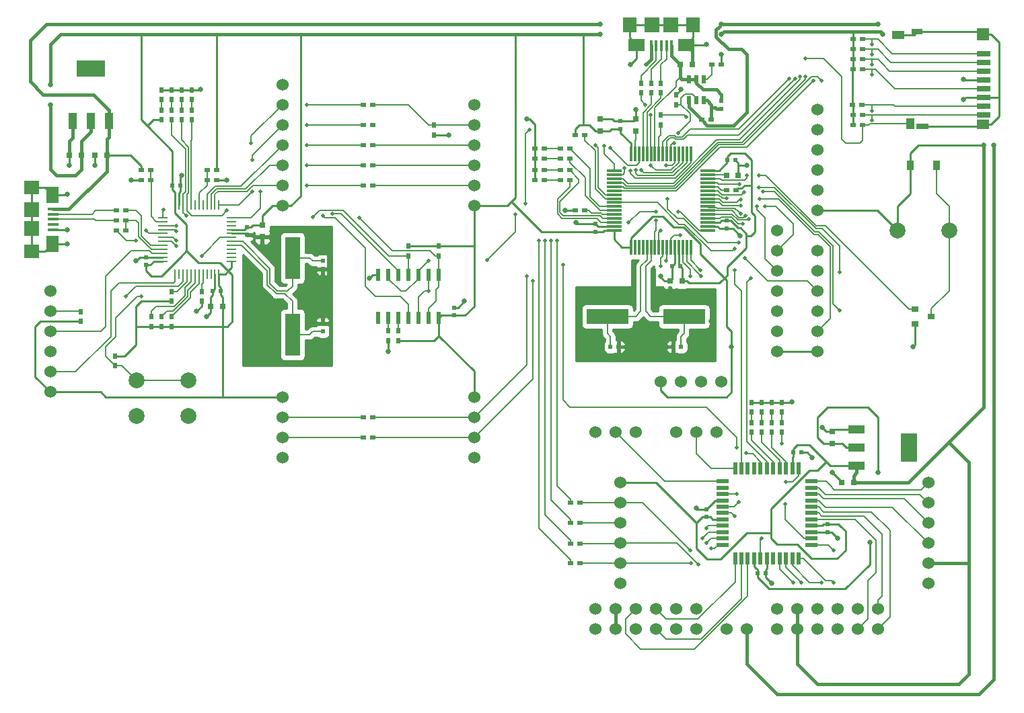
<source format=gbr>
G04 #@! TF.GenerationSoftware,KiCad,Pcbnew,(5.0.0-rc2-dev-319-g0ded476)*
G04 #@! TF.CreationDate,2018-04-17T17:50:58-07:00*
G04 #@! TF.ProjectId,paranoids-hackme-1,706172616E6F6964732D6861636B6D65,A*
G04 #@! TF.SameCoordinates,Original*
G04 #@! TF.FileFunction,Copper,L1,Top,Signal*
G04 #@! TF.FilePolarity,Positive*
%FSLAX46Y46*%
G04 Gerber Fmt 4.6, Leading zero omitted, Abs format (unit mm)*
G04 Created by KiCad (PCBNEW (5.0.0-rc2-dev-319-g0ded476)) date Tuesday, April 17, 2018 at 05:50:58 PM*
%MOMM*%
%LPD*%
G01*
G04 APERTURE LIST*
%ADD10C,1.524000*%
%ADD11R,1.500000X0.500000*%
%ADD12R,0.500000X1.500000*%
%ADD13R,0.500000X0.500000*%
%ADD14R,0.800000X0.800000*%
%ADD15R,0.900000X0.800000*%
%ADD16R,0.920000X1.220000*%
%ADD17C,2.000000*%
%ADD18R,1.300000X0.250000*%
%ADD19R,0.250000X1.300000*%
%ADD20R,0.610000X0.635000*%
%ADD21R,0.635000X0.610000*%
%ADD22R,0.600000X1.550000*%
%ADD23R,2.000000X1.000000*%
%ADD24R,2.000000X3.650000*%
%ADD25R,1.000000X2.000000*%
%ADD26R,3.650000X2.000000*%
%ADD27R,0.600000X1.100000*%
%ADD28R,1.400000X0.800000*%
%ADD29R,1.550000X1.000000*%
%ADD30R,1.000000X1.450000*%
%ADD31R,1.500000X0.800000*%
%ADD32R,1.750000X0.700000*%
%ADD33R,1.500000X1.300000*%
%ADD34R,1.500000X1.500000*%
%ADD35R,5.334000X1.930400*%
%ADD36R,1.930400X5.334000*%
%ADD37R,1.899920X0.299720*%
%ADD38R,0.299720X1.899920*%
%ADD39R,1.800000X1.900000*%
%ADD40R,1.900000X1.900000*%
%ADD41R,2.100000X1.600000*%
%ADD42R,0.400000X1.350000*%
%ADD43R,1.900000X1.800000*%
%ADD44R,1.600000X2.100000*%
%ADD45R,1.350000X0.400000*%
%ADD46C,0.635000*%
%ADD47C,0.508000*%
%ADD48C,0.381000*%
%ADD49C,0.254000*%
%ADD50C,0.152400*%
G04 APERTURE END LIST*
D10*
X133350000Y-39370000D03*
X133350000Y-41910000D03*
X133350000Y-44450000D03*
X133350000Y-46990000D03*
X133350000Y-49530000D03*
X133350000Y-52070000D03*
X133350000Y-54610000D03*
X200660000Y-60325000D03*
X200660000Y-62865000D03*
X200660000Y-65405000D03*
X200660000Y-67945000D03*
X200660000Y-70485000D03*
X200660000Y-73025000D03*
D11*
X199910000Y-89345000D03*
X199910000Y-90145000D03*
X199910000Y-90945000D03*
X199910000Y-91745000D03*
X199910000Y-92545000D03*
X199910000Y-94145000D03*
X199910000Y-93345000D03*
X199910000Y-94945000D03*
X199910000Y-95745000D03*
X199910000Y-96545000D03*
X199910000Y-97345000D03*
X188710000Y-97345000D03*
X188710000Y-96545000D03*
X188710000Y-95745000D03*
X188710000Y-94945000D03*
X188710000Y-94145000D03*
X188710000Y-93345000D03*
X188710000Y-92545000D03*
X188710000Y-91745000D03*
X188710000Y-90945000D03*
X188710000Y-90145000D03*
D12*
X190310000Y-87745000D03*
X192710000Y-87745000D03*
X191910000Y-87745000D03*
X191110000Y-87745000D03*
X194310000Y-87745000D03*
X195110000Y-87745000D03*
X197510000Y-87745000D03*
X198310000Y-87745000D03*
X195910000Y-87745000D03*
X196710000Y-87745000D03*
X193510000Y-87745000D03*
D11*
X188710000Y-89345000D03*
D12*
X198310000Y-99045000D03*
X197510000Y-99045000D03*
X196710000Y-99045000D03*
X195910000Y-99045000D03*
X195110000Y-99045000D03*
X194310000Y-99045000D03*
X193510000Y-99045000D03*
X192710000Y-99045000D03*
X191910000Y-99045000D03*
X191110000Y-99045000D03*
X190310000Y-99045000D03*
D10*
X189230000Y-107950000D03*
X191770000Y-107950000D03*
X195580000Y-57785000D03*
X195580000Y-60325000D03*
X195580000Y-62865000D03*
X195580000Y-65405000D03*
X195580000Y-67945000D03*
X195580000Y-70485000D03*
X195580000Y-73025000D03*
X177800000Y-83185000D03*
X175260000Y-83185000D03*
X172720000Y-83185000D03*
X187960000Y-83185000D03*
X185420000Y-83185000D03*
X182880000Y-83185000D03*
X188595000Y-76835000D03*
X186055000Y-76835000D03*
X183515000Y-76835000D03*
X180975000Y-76835000D03*
X133350000Y-86360000D03*
X133350000Y-83820000D03*
X133350000Y-81280000D03*
X133350000Y-78740000D03*
X157480000Y-86360000D03*
X157480000Y-83820000D03*
X157480000Y-81280000D03*
X157480000Y-78740000D03*
X200660000Y-42545000D03*
X200660000Y-45085000D03*
X200660000Y-47625000D03*
X200660000Y-50165000D03*
X200660000Y-52705000D03*
X200660000Y-55245000D03*
X104140000Y-65405000D03*
X104140000Y-67945000D03*
X104140000Y-70485000D03*
X104140000Y-73025000D03*
X104140000Y-75565000D03*
X104140000Y-78105000D03*
X175895000Y-102235000D03*
X175895000Y-99695000D03*
X175895000Y-97155000D03*
X175895000Y-94615000D03*
X175895000Y-92075000D03*
X175895000Y-89535000D03*
X157480000Y-41910000D03*
X157480000Y-44450000D03*
X157480000Y-46990000D03*
X157480000Y-49530000D03*
X157480000Y-52070000D03*
X157480000Y-54610000D03*
X214630000Y-102235000D03*
X214630000Y-99695000D03*
X214630000Y-97155000D03*
X214630000Y-94615000D03*
X214630000Y-92075000D03*
X214630000Y-89535000D03*
D13*
X154940000Y-67445000D03*
X154940000Y-68445000D03*
D14*
X184900000Y-36830000D03*
X183400000Y-36830000D03*
X203720000Y-89535000D03*
X205220000Y-89535000D03*
D15*
X212995000Y-67630000D03*
X212995000Y-69530000D03*
X214995000Y-68580000D03*
D16*
X215635000Y-49530000D03*
X212355000Y-49530000D03*
D17*
X217245000Y-57785000D03*
X210745000Y-57785000D03*
X114990000Y-81150000D03*
X114990000Y-76650000D03*
X121490000Y-81150000D03*
X121490000Y-76650000D03*
D18*
X126960000Y-61620000D03*
X126960000Y-61120000D03*
X126960000Y-60620000D03*
X126960000Y-60120000D03*
X126960000Y-59620000D03*
X126960000Y-59120000D03*
X126960000Y-58620000D03*
X126960000Y-58120000D03*
X126960000Y-57620000D03*
X126960000Y-57120000D03*
X126960000Y-56620000D03*
X126960000Y-56120000D03*
D19*
X125360000Y-54520000D03*
X124860000Y-54520000D03*
X124360000Y-54520000D03*
X123860000Y-54520000D03*
X123360000Y-54520000D03*
X122860000Y-54520000D03*
X122360000Y-54520000D03*
X121860000Y-54520000D03*
X121360000Y-54520000D03*
X120860000Y-54520000D03*
X120360000Y-54520000D03*
X119860000Y-54520000D03*
D18*
X118260000Y-56120000D03*
X118260000Y-56620000D03*
X118260000Y-57120000D03*
X118260000Y-57620000D03*
X118260000Y-58120000D03*
X118260000Y-58620000D03*
X118260000Y-59120000D03*
X118260000Y-59620000D03*
X118260000Y-60120000D03*
X118260000Y-60620000D03*
X118260000Y-61120000D03*
X118260000Y-61620000D03*
D19*
X119860000Y-63220000D03*
X120360000Y-63220000D03*
X120860000Y-63220000D03*
X121360000Y-63220000D03*
X121860000Y-63220000D03*
X122360000Y-63220000D03*
X122860000Y-63220000D03*
X123360000Y-63220000D03*
X123860000Y-63220000D03*
X124360000Y-63220000D03*
X124860000Y-63220000D03*
X125360000Y-63220000D03*
D10*
X172720000Y-105410000D03*
X175260000Y-105410000D03*
X175260000Y-107950000D03*
X172720000Y-107950000D03*
X180340000Y-107950000D03*
X182880000Y-107950000D03*
X185420000Y-107950000D03*
X185420000Y-105410000D03*
X182880000Y-105410000D03*
X180340000Y-105410000D03*
X177800000Y-107950000D03*
X177800000Y-105410000D03*
X195580000Y-105410000D03*
X198120000Y-105410000D03*
X198120000Y-107950000D03*
X195580000Y-107950000D03*
X203200000Y-107950000D03*
X205740000Y-107950000D03*
X208280000Y-107950000D03*
X208280000Y-105410000D03*
X205740000Y-105410000D03*
X203200000Y-105410000D03*
X200660000Y-107950000D03*
X200660000Y-105410000D03*
D13*
X138430000Y-62595000D03*
X138430000Y-61595000D03*
X138430000Y-70485000D03*
X138430000Y-69485000D03*
X124595000Y-65405000D03*
X125595000Y-65405000D03*
X120515000Y-52070000D03*
X119515000Y-52070000D03*
X128905000Y-58285000D03*
X128905000Y-57285000D03*
X198620000Y-85725000D03*
X197620000Y-85725000D03*
X201930000Y-95750000D03*
X201930000Y-94750000D03*
X194175000Y-100965000D03*
X193175000Y-100965000D03*
X183515000Y-72390000D03*
X182515000Y-72390000D03*
X174625000Y-72390000D03*
X175625000Y-72390000D03*
X182380000Y-62230000D03*
X183380000Y-62230000D03*
X175895000Y-43950000D03*
X175895000Y-44950000D03*
X189230000Y-57515000D03*
X189230000Y-56515000D03*
X190365000Y-48895000D03*
X189365000Y-48895000D03*
X172720000Y-56904000D03*
X172720000Y-57904000D03*
X188595000Y-42410000D03*
X188595000Y-41410000D03*
X186690000Y-92845000D03*
X186690000Y-93845000D03*
X116205000Y-61095000D03*
X116205000Y-62095000D03*
D20*
X192405000Y-80607000D03*
X192405000Y-79413000D03*
X193675000Y-80607000D03*
X193675000Y-79413000D03*
X194945000Y-80607000D03*
X194945000Y-79413000D03*
X196215000Y-80607000D03*
X196215000Y-79413000D03*
X118110000Y-41237000D03*
X118110000Y-40043000D03*
X121920000Y-41237000D03*
X121920000Y-40043000D03*
X120650000Y-41237000D03*
X120650000Y-40043000D03*
X119380000Y-41237000D03*
X119380000Y-40043000D03*
D21*
X166332000Y-47440000D03*
X165138000Y-47440000D03*
X166332000Y-48710000D03*
X165138000Y-48710000D03*
X166332000Y-50165000D03*
X165138000Y-50165000D03*
X166332000Y-51435000D03*
X165138000Y-51435000D03*
D20*
X194945000Y-83147000D03*
X194945000Y-81953000D03*
X193675000Y-83147000D03*
X193675000Y-81953000D03*
X192405000Y-83147000D03*
X192405000Y-81953000D03*
D21*
X170218000Y-55245000D03*
X171412000Y-55245000D03*
D20*
X152400000Y-44488000D03*
X152400000Y-45682000D03*
D21*
X143548000Y-52070000D03*
X144742000Y-52070000D03*
X187287000Y-43815000D03*
X186093000Y-43815000D03*
X188557000Y-36830000D03*
X187363000Y-36830000D03*
X206337000Y-44450000D03*
X205143000Y-44450000D03*
X206337000Y-34925000D03*
X205143000Y-34925000D03*
X206337000Y-33655000D03*
X205143000Y-33655000D03*
X206337000Y-43180000D03*
X205143000Y-43180000D03*
X206299000Y-41910000D03*
X205105000Y-41910000D03*
X206337000Y-37465000D03*
X205143000Y-37465000D03*
X206337000Y-36195000D03*
X205143000Y-36195000D03*
X143548000Y-49530000D03*
X144742000Y-49530000D03*
D20*
X179760000Y-39223000D03*
X179760000Y-40417000D03*
X180975000Y-39223000D03*
X180975000Y-40417000D03*
D21*
X170777000Y-92075000D03*
X169583000Y-92075000D03*
X170777000Y-94615000D03*
X169583000Y-94615000D03*
X170777000Y-97210000D03*
X169583000Y-97210000D03*
X170777000Y-99695000D03*
X169583000Y-99695000D03*
D20*
X180975000Y-43218000D03*
X180975000Y-44412000D03*
D21*
X189268000Y-52705000D03*
X190462000Y-52705000D03*
X171412000Y-45720000D03*
X170218000Y-45720000D03*
X143548000Y-46990000D03*
X144742000Y-46990000D03*
X143548000Y-44450000D03*
X144742000Y-44450000D03*
X143548000Y-41910000D03*
X144742000Y-41910000D03*
X169524000Y-47440000D03*
X168330000Y-47440000D03*
D20*
X119380000Y-65443000D03*
X119380000Y-66637000D03*
X107950000Y-67983000D03*
X107950000Y-69177000D03*
X116840000Y-68618000D03*
X116840000Y-69812000D03*
X123190000Y-66637000D03*
X123190000Y-65443000D03*
X118110000Y-68618000D03*
X118110000Y-69812000D03*
X119380000Y-68618000D03*
X119380000Y-69812000D03*
D21*
X116802000Y-50165000D03*
X115608000Y-50165000D03*
X115608000Y-51435000D03*
X116802000Y-51435000D03*
X123863000Y-50165000D03*
X125057000Y-50165000D03*
X125057000Y-51435000D03*
X123863000Y-51435000D03*
D20*
X112268000Y-74765000D03*
X112268000Y-73571000D03*
X196215000Y-83147000D03*
X196215000Y-81953000D03*
X118110000Y-43777000D03*
X118110000Y-42583000D03*
X121920000Y-43777000D03*
X121920000Y-42583000D03*
X120650000Y-43777000D03*
X120650000Y-42583000D03*
X119380000Y-43777000D03*
X119380000Y-42583000D03*
D21*
X112433000Y-55245000D03*
X113627000Y-55245000D03*
X112433000Y-56515000D03*
X113627000Y-56515000D03*
X113627000Y-57785000D03*
X112433000Y-57785000D03*
X144742000Y-81280000D03*
X143548000Y-81280000D03*
X144742000Y-83820000D03*
X143548000Y-83820000D03*
D20*
X153035000Y-60922000D03*
X153035000Y-59728000D03*
X149225000Y-60922000D03*
X149225000Y-59728000D03*
X147955000Y-70396000D03*
X147955000Y-71590000D03*
X146685000Y-71590000D03*
X146685000Y-70396000D03*
D21*
X169524000Y-48710000D03*
X168330000Y-48710000D03*
X169507000Y-50165000D03*
X168313000Y-50165000D03*
X169507000Y-51435000D03*
X168313000Y-51435000D03*
D20*
X182880000Y-40678000D03*
X182880000Y-41872000D03*
X178490000Y-39223000D03*
X178490000Y-40417000D03*
D14*
X124345000Y-67310000D03*
X125845000Y-67310000D03*
X106565000Y-48260000D03*
X108065000Y-48260000D03*
X109740000Y-48260000D03*
X111240000Y-48260000D03*
X130810000Y-58535000D03*
X130810000Y-57035000D03*
X202565000Y-83070000D03*
X202565000Y-84570000D03*
X190730000Y-50800000D03*
X189230000Y-50800000D03*
X177800000Y-43700000D03*
X177800000Y-45200000D03*
X182130000Y-64135000D03*
X183630000Y-64135000D03*
X173355000Y-43700000D03*
X173355000Y-45200000D03*
D22*
X153035000Y-68740000D03*
X151765000Y-68740000D03*
X150495000Y-68740000D03*
X149225000Y-68740000D03*
X147955000Y-68740000D03*
X146685000Y-68740000D03*
X145415000Y-68740000D03*
X145415000Y-63340000D03*
X146685000Y-63340000D03*
X147955000Y-63340000D03*
X149225000Y-63340000D03*
X150495000Y-63340000D03*
X151765000Y-63340000D03*
X153035000Y-63340000D03*
D23*
X205615000Y-87370000D03*
X205615000Y-82810000D03*
X205615000Y-85090000D03*
D24*
X212215000Y-85090000D03*
D25*
X111500000Y-43940000D03*
X106940000Y-43940000D03*
X109220000Y-43940000D03*
D26*
X109220000Y-37340000D03*
D27*
X186370000Y-41355000D03*
X185420000Y-41355000D03*
X184470000Y-41355000D03*
X184470000Y-38655000D03*
X185420000Y-38655000D03*
X186370000Y-38655000D03*
D28*
X213240000Y-32680000D03*
D29*
X210815000Y-33080000D03*
D30*
X212390000Y-44305000D03*
D31*
X213890000Y-44630000D03*
D32*
X221615000Y-43180000D03*
X221615000Y-42080000D03*
X221615000Y-40980000D03*
X221615000Y-39880000D03*
X221615000Y-38780000D03*
X221615000Y-37680000D03*
X221615000Y-36580000D03*
X221615000Y-35480000D03*
D33*
X221490000Y-44380000D03*
D34*
X221490000Y-33030000D03*
D35*
X183896000Y-68580000D03*
X174244000Y-68580000D03*
D36*
X134620000Y-61214000D03*
X134620000Y-70866000D03*
D37*
X175077120Y-57724040D03*
X175077120Y-57223660D03*
X175077120Y-56723280D03*
X175077120Y-56222900D03*
X175077120Y-55722520D03*
X175077120Y-55224680D03*
X175077120Y-54724300D03*
X175077120Y-54223920D03*
X175077120Y-53726080D03*
X175077120Y-53225700D03*
X175077120Y-52725320D03*
X175077120Y-52227480D03*
X175077120Y-51727100D03*
X175077120Y-51226720D03*
X175077120Y-50726340D03*
X175077120Y-50225960D03*
D38*
X177225960Y-48077120D03*
X177726340Y-48077120D03*
X178226720Y-48077120D03*
X178727100Y-48077120D03*
X179227480Y-48077120D03*
X179725320Y-48077120D03*
X180225700Y-48077120D03*
X180726080Y-48077120D03*
X181223920Y-48077120D03*
X181724300Y-48077120D03*
X182224680Y-48077120D03*
X182722520Y-48077120D03*
X183222900Y-48077120D03*
X183723280Y-48077120D03*
X184223660Y-48077120D03*
X184724040Y-48077120D03*
D37*
X186872880Y-50225960D03*
X186872880Y-50726340D03*
X186872880Y-51226720D03*
X186872880Y-51727100D03*
X186872880Y-52227480D03*
X186872880Y-52725320D03*
X186872880Y-53225700D03*
X186872880Y-53726080D03*
X186872880Y-54223920D03*
X186872880Y-54724300D03*
X186872880Y-55224680D03*
X186872880Y-55722520D03*
X186872880Y-56222900D03*
X186872880Y-56723280D03*
X186872880Y-57223660D03*
X186872880Y-57724040D03*
D38*
X184724040Y-59872880D03*
X184223660Y-59872880D03*
X183723280Y-59872880D03*
X183222900Y-59872880D03*
X182722520Y-59872880D03*
X182224680Y-59872880D03*
X181724300Y-59872880D03*
X181223920Y-59872880D03*
X180726080Y-59872880D03*
X180225700Y-59872880D03*
X179725320Y-59872880D03*
X179227480Y-59872880D03*
X178727100Y-59872880D03*
X178226720Y-59872880D03*
X177726340Y-59872880D03*
X177225960Y-59872880D03*
D39*
X177030000Y-31795000D03*
D40*
X179830000Y-31795000D03*
X182230000Y-31795000D03*
D39*
X185030000Y-31795000D03*
D41*
X177930000Y-34345000D03*
X184130000Y-34345000D03*
D42*
X179730000Y-34470000D03*
X180380000Y-34470000D03*
X181030000Y-34470000D03*
X181680000Y-34470000D03*
X182330000Y-34470000D03*
D43*
X101830000Y-60330000D03*
D40*
X101830000Y-57530000D03*
X101830000Y-55130000D03*
D43*
X101830000Y-52330000D03*
D44*
X104380000Y-59430000D03*
X104380000Y-53230000D03*
D45*
X104505000Y-57630000D03*
X104505000Y-56980000D03*
X104505000Y-56330000D03*
X104505000Y-55680000D03*
X104505000Y-55030000D03*
D46*
X222885000Y-46990000D03*
X208280000Y-31750000D03*
X188595000Y-31750000D03*
X173355000Y-31750000D03*
X170307000Y-56769000D03*
X164084000Y-43688000D03*
X123063004Y-40005000D03*
X106299000Y-59436024D03*
X106299000Y-57658008D03*
X106299000Y-53213000D03*
X106553000Y-49530000D03*
X109728000Y-49530000D03*
X126365000Y-51434989D03*
X188589552Y-35538205D03*
X190937193Y-58391741D03*
X146685000Y-73025000D03*
X144310100Y-63754000D03*
X114935000Y-61595000D03*
X139065000Y-66040000D03*
X128905000Y-66040000D03*
X128905000Y-74295000D03*
X139065000Y-74295000D03*
X139065000Y-57785000D03*
X179070000Y-73660000D03*
X187325000Y-73660000D03*
X170815000Y-73660000D03*
X187325000Y-69215000D03*
X170815000Y-69215000D03*
X170815000Y-65405000D03*
X177165000Y-65405000D03*
X180340000Y-65405000D03*
X187325000Y-65405000D03*
X180974984Y-63500000D03*
X183515000Y-40005000D03*
X191770000Y-49530000D03*
D47*
X179070000Y-36830000D03*
D46*
X168910000Y-55245000D03*
X177800000Y-42545000D03*
X186690000Y-34290000D03*
X177165000Y-36830000D03*
X212725000Y-72390000D03*
X219075000Y-41275000D03*
X200025000Y-86360000D03*
X202565000Y-88265000D03*
X201295000Y-82550000D03*
X185420000Y-92710000D03*
X194945000Y-102235000D03*
X203200000Y-96520000D03*
X197485000Y-79375000D03*
X156210000Y-66675000D03*
X123825000Y-68580000D03*
X122555000Y-67945000D03*
X132080000Y-58420000D03*
X120650000Y-50800000D03*
X114300000Y-51435000D03*
X154305000Y-45720000D03*
X189865000Y-72390000D03*
X208915000Y-33020000D03*
X219075000Y-38735000D03*
X221615000Y-46990000D03*
X188595000Y-33020000D03*
X173355000Y-33020000D03*
X104140000Y-39370000D03*
X104140000Y-41910000D03*
D47*
X180340000Y-55372000D03*
X176911000Y-56769000D03*
X180340000Y-56515000D03*
X183134000Y-45466006D03*
X180975000Y-57785000D03*
X180974990Y-62230000D03*
X181610000Y-61595000D03*
X183378959Y-58331473D03*
X184643907Y-63469643D03*
X186055000Y-63500000D03*
X164846000Y-64135000D03*
X185951750Y-62714250D03*
X183134000Y-55372000D03*
X164084000Y-63500000D03*
X191241110Y-56896037D03*
X192079833Y-56336137D03*
X191627864Y-55854610D03*
X191008000Y-55626016D03*
X191008000Y-54610000D03*
X193040000Y-54736957D03*
X194056000Y-54736957D03*
X191007992Y-53848000D03*
X193381257Y-53760743D03*
X189254195Y-53721237D03*
X203454000Y-67818000D03*
X193802000Y-52832000D03*
X191426763Y-52882784D03*
X203454000Y-62992000D03*
X190866536Y-51911211D03*
X193294000Y-52324000D03*
X177176531Y-50172691D03*
X165608000Y-59055000D03*
X177836893Y-50164546D03*
X166370000Y-59055000D03*
X178497205Y-50153059D03*
X167132000Y-59055000D03*
X167893996Y-59055000D03*
X179705000Y-49530000D03*
X192278000Y-63754000D03*
X190754000Y-59309000D03*
X181800968Y-53784278D03*
X181610000Y-49530000D03*
X162687000Y-55753000D03*
X159131000Y-61468000D03*
X163957000Y-54356000D03*
X182636301Y-46715333D03*
X151765022Y-61595000D03*
X164465000Y-45085000D03*
X197865975Y-38608010D03*
X207518000Y-42672000D03*
X197104000Y-38608000D03*
X207540680Y-43822400D03*
X179710080Y-43180000D03*
X179046250Y-41886250D03*
X174625000Y-47371000D03*
X173863000Y-47117000D03*
X176403000Y-49911000D03*
X199136000Y-36068014D03*
X198475577Y-38354013D03*
X207518000Y-34290000D03*
X199135984Y-38354000D03*
X207517992Y-35560000D03*
X201168000Y-38862000D03*
X207518000Y-38100000D03*
X200152000Y-38862000D03*
X207518000Y-36830010D03*
X172720000Y-46990000D03*
X191515996Y-61214000D03*
X190246000Y-60071000D03*
D46*
X207264000Y-97028000D03*
X208280000Y-88265000D03*
D47*
X143002000Y-56134000D03*
X120015000Y-57810413D03*
X168656000Y-62103000D03*
X151765000Y-65405000D03*
X190500000Y-85090000D03*
X191746250Y-85748750D03*
X137160000Y-56032421D03*
X120015000Y-57150000D03*
X139646004Y-55651389D03*
X126365000Y-55245000D03*
X121260043Y-55904957D03*
X138453757Y-55903757D03*
X193675000Y-96520000D03*
X197612000Y-102108000D03*
X198627988Y-102108000D03*
X201168000Y-102108000D03*
X202692000Y-102108000D03*
X196215000Y-84582000D03*
X196723000Y-89408000D03*
X184150000Y-43434000D03*
X190246000Y-62738000D03*
X190499990Y-90932000D03*
X190754000Y-91948000D03*
X190246000Y-93725992D03*
X186690000Y-95250000D03*
X186182000Y-96520000D03*
X184658000Y-98044000D03*
X184785000Y-99695000D03*
X186690000Y-97155000D03*
X185674000Y-99821996D03*
X187325000Y-97790000D03*
X202692000Y-98044000D03*
X196596000Y-92202000D03*
X120015000Y-59715403D03*
X120015000Y-59055000D03*
X114935000Y-59054992D03*
X116205000Y-57785000D03*
X118364000Y-55118000D03*
X115570000Y-66040000D03*
X123190007Y-60960007D03*
X136398000Y-41910000D03*
X129413000Y-46736000D03*
X130556000Y-52832000D03*
X136398000Y-44450004D03*
X129540000Y-52857390D03*
X129540000Y-48895000D03*
X136398000Y-46990000D03*
X136398000Y-49530000D03*
X136398000Y-52070000D03*
X113665000Y-66040000D03*
X193293970Y-50800000D03*
X191770000Y-50800000D03*
D48*
X111500000Y-43940000D02*
X111500000Y-42559000D01*
X101600000Y-33782000D02*
X103632000Y-31750000D01*
X109581000Y-40640000D02*
X103251000Y-40640000D01*
X103251000Y-40640000D02*
X101600000Y-38989000D01*
X111500000Y-42559000D02*
X109581000Y-40640000D01*
X101600000Y-38989000D02*
X101600000Y-33782000D01*
X103632000Y-31750000D02*
X129540000Y-31750000D01*
X129540000Y-31750000D02*
X173355000Y-31750000D01*
X186791500Y-44501000D02*
X190110288Y-44501000D01*
X191770000Y-35560000D02*
X191109599Y-34899599D01*
X189497205Y-34899599D02*
X187934599Y-33336993D01*
X188277501Y-32067499D02*
X188595000Y-31750000D01*
X191109599Y-34899599D02*
X189497205Y-34899599D01*
X190110288Y-44501000D02*
X191770000Y-42841288D01*
X187934599Y-32410401D02*
X188277501Y-32067499D01*
X191770000Y-42841288D02*
X191770000Y-35560000D01*
X186093000Y-43815000D02*
X186105500Y-43815000D01*
X186105500Y-43815000D02*
X186791500Y-44501000D01*
X187934599Y-33336993D02*
X187934599Y-32410401D01*
X186093000Y-43815000D02*
X184470000Y-42192000D01*
X184470000Y-42192000D02*
X184470000Y-41355000D01*
D49*
X111240000Y-48260000D02*
X114262000Y-48260000D01*
X114262000Y-48260000D02*
X115608000Y-49606000D01*
X115608000Y-49606000D02*
X115608000Y-50165000D01*
D48*
X222885000Y-46990000D02*
X222885000Y-114300000D01*
X222885000Y-114300000D02*
X220980000Y-116205000D01*
X220980000Y-116205000D02*
X195580000Y-116205000D01*
X191770000Y-112395000D02*
X191770000Y-107950000D01*
X195580000Y-116205000D02*
X191770000Y-112395000D01*
X188595000Y-31750000D02*
X208280000Y-31750000D01*
X111500000Y-45980000D02*
X111240000Y-46240000D01*
X111240000Y-46240000D02*
X111240000Y-48260000D01*
X111500000Y-43940000D02*
X111500000Y-45980000D01*
X106465000Y-55030000D02*
X111240000Y-50255000D01*
X111240000Y-50255000D02*
X111240000Y-48260000D01*
X104505000Y-55030000D02*
X106465000Y-55030000D01*
D50*
X104505000Y-55680000D02*
X109420000Y-55680000D01*
X109420000Y-55680000D02*
X109855000Y-55245000D01*
X109855000Y-55245000D02*
X112433000Y-55245000D01*
X104505000Y-56330000D02*
X109670000Y-56330000D01*
X109670000Y-56330000D02*
X109855000Y-56515000D01*
X109855000Y-56515000D02*
X112433000Y-56515000D01*
D49*
X170442000Y-56904000D02*
X170307000Y-56769000D01*
X172720000Y-56904000D02*
X170442000Y-56904000D01*
X165138000Y-47440000D02*
X165138000Y-44361000D01*
X165138000Y-44361000D02*
X164465000Y-43688000D01*
X164465000Y-43688000D02*
X164084000Y-43688000D01*
X221615000Y-40980000D02*
X223434000Y-40980000D01*
X223434000Y-40980000D02*
X223520000Y-40894000D01*
X223520000Y-40894000D02*
X223520000Y-40640000D01*
X123025004Y-40043000D02*
X123063004Y-40005000D01*
X121920000Y-40043000D02*
X123025004Y-40043000D01*
X173355000Y-43700000D02*
X174891000Y-43700000D01*
X174891000Y-43700000D02*
X175141000Y-43950000D01*
X175141000Y-43950000D02*
X175895000Y-43950000D01*
X106292976Y-59430000D02*
X106299000Y-59436024D01*
X104380000Y-59430000D02*
X106292976Y-59430000D01*
X106270992Y-57630000D02*
X106299000Y-57658008D01*
X104505000Y-57630000D02*
X106270992Y-57630000D01*
X104380000Y-53230000D02*
X106282000Y-53230000D01*
X106282000Y-53230000D02*
X106299000Y-53213000D01*
X106565000Y-48260000D02*
X106565000Y-49518000D01*
X106565000Y-49518000D02*
X106553000Y-49530000D01*
X109740000Y-49518000D02*
X109728000Y-49530000D01*
X109740000Y-48260000D02*
X109740000Y-49518000D01*
X126364989Y-51435000D02*
X126365000Y-51434989D01*
X125057000Y-51435000D02*
X126364989Y-51435000D01*
X188557000Y-35570757D02*
X188589552Y-35538205D01*
X188557000Y-36830000D02*
X188557000Y-35570757D01*
X175077120Y-57223660D02*
X173039660Y-57223660D01*
X173039660Y-57223660D02*
X172720000Y-56904000D01*
X189230000Y-57515000D02*
X190060452Y-57515000D01*
X190619694Y-58074242D02*
X190937193Y-58391741D01*
X190060452Y-57515000D02*
X190619694Y-58074242D01*
X146685000Y-71590000D02*
X146685000Y-73025000D01*
X145415000Y-63340000D02*
X144724100Y-63340000D01*
X144724100Y-63340000D02*
X144310100Y-63754000D01*
X189230000Y-57515000D02*
X188368180Y-57515000D01*
X188368180Y-57515000D02*
X188076840Y-57223660D01*
X188076840Y-57223660D02*
X186872880Y-57223660D01*
X115252499Y-61277501D02*
X114935000Y-61595000D01*
X115435000Y-61095000D02*
X115252499Y-61277501D01*
X116205000Y-61095000D02*
X115435000Y-61095000D01*
X138747501Y-66357499D02*
X139065000Y-66040000D01*
X138430000Y-66675000D02*
X138747501Y-66357499D01*
X138747501Y-65722501D02*
X139065000Y-66040000D01*
X139065000Y-65590988D02*
X139065000Y-66040000D01*
X139065000Y-57785000D02*
X139065000Y-65590988D01*
X138430000Y-62595000D02*
X138430000Y-65405000D01*
X138430000Y-69485000D02*
X138430000Y-66675000D01*
X138430000Y-65405000D02*
X138747501Y-65722501D01*
X139065000Y-74295000D02*
X128905000Y-74295000D01*
X170815000Y-73660000D02*
X179070000Y-73660000D01*
X179070000Y-73660000D02*
X187325000Y-73660000D01*
X170815000Y-65405000D02*
X170815000Y-69215000D01*
X177165000Y-65405000D02*
X170815000Y-65405000D01*
X187325000Y-65405000D02*
X180340000Y-65405000D01*
X181476000Y-64135000D02*
X180974984Y-63633984D01*
X180974984Y-63633984D02*
X180974984Y-63500000D01*
X182130000Y-64135000D02*
X181476000Y-64135000D01*
X182880000Y-40678000D02*
X182880000Y-40640000D01*
X182880000Y-40640000D02*
X183515000Y-40005000D01*
X182380000Y-62230000D02*
X182380000Y-63885000D01*
X182380000Y-63885000D02*
X182130000Y-64135000D01*
X182722520Y-59872880D02*
X182722520Y-61887480D01*
X182722520Y-61887480D02*
X182380000Y-62230000D01*
X190730000Y-49530000D02*
X190730000Y-49260000D01*
X190730000Y-50800000D02*
X190730000Y-49530000D01*
X190730000Y-49530000D02*
X191770000Y-49530000D01*
X190730000Y-49260000D02*
X190365000Y-48895000D01*
D48*
X179730000Y-34470000D02*
X179730000Y-36170000D01*
X179730000Y-36170000D02*
X179070000Y-36830000D01*
X184900000Y-36830000D02*
X184900000Y-35115000D01*
X184900000Y-35115000D02*
X184130000Y-34345000D01*
D49*
X179070000Y-72390000D02*
X182515000Y-72390000D01*
X175625000Y-72390000D02*
X179070000Y-72390000D01*
X165138000Y-48710000D02*
X165138000Y-47440000D01*
X165138000Y-50165000D02*
X165138000Y-48710000D01*
X165138000Y-51435000D02*
X165138000Y-50165000D01*
X170218000Y-55245000D02*
X168910000Y-55245000D01*
X177800000Y-43700000D02*
X177800000Y-42545000D01*
X175895000Y-43950000D02*
X177550000Y-43950000D01*
X177550000Y-43950000D02*
X177800000Y-43700000D01*
X184130000Y-34345000D02*
X186635000Y-34345000D01*
X186635000Y-34345000D02*
X186690000Y-34290000D01*
X177930000Y-34345000D02*
X177930000Y-36065000D01*
X177930000Y-36065000D02*
X177165000Y-36830000D01*
X177030000Y-31795000D02*
X177030000Y-33445000D01*
X177030000Y-33445000D02*
X177930000Y-34345000D01*
X185030000Y-31795000D02*
X185030000Y-33445000D01*
X185030000Y-33445000D02*
X184130000Y-34345000D01*
X182230000Y-31795000D02*
X185030000Y-31795000D01*
X179830000Y-31795000D02*
X182230000Y-31795000D01*
X179830000Y-31795000D02*
X177030000Y-31795000D01*
X212995000Y-69530000D02*
X212995000Y-72120000D01*
X212995000Y-72120000D02*
X212725000Y-72390000D01*
X221615000Y-40980000D02*
X219370000Y-40980000D01*
X219370000Y-40980000D02*
X219075000Y-41275000D01*
X223520000Y-34056000D02*
X223520000Y-40640000D01*
X223520000Y-40640000D02*
X223520000Y-43354000D01*
X223520000Y-43354000D02*
X222494000Y-44380000D01*
X222494000Y-44380000D02*
X221490000Y-44380000D01*
X221490000Y-33030000D02*
X222494000Y-33030000D01*
X222494000Y-33030000D02*
X223520000Y-34056000D01*
X213240000Y-32680000D02*
X221140000Y-32680000D01*
X221140000Y-32680000D02*
X221490000Y-33030000D01*
X213890000Y-44630000D02*
X221240000Y-44630000D01*
X221240000Y-44630000D02*
X221490000Y-44380000D01*
X210815000Y-33080000D02*
X212840000Y-33080000D01*
X212840000Y-33080000D02*
X213240000Y-32680000D01*
X198620000Y-85725000D02*
X199390000Y-85725000D01*
X199390000Y-85725000D02*
X200025000Y-86360000D01*
X203720000Y-89535000D02*
X203720000Y-89420000D01*
X203720000Y-89420000D02*
X202565000Y-88265000D01*
X202565000Y-83070000D02*
X201815000Y-83070000D01*
X201815000Y-83070000D02*
X201295000Y-82550000D01*
X205615000Y-82810000D02*
X202825000Y-82810000D01*
X202825000Y-82810000D02*
X202565000Y-83070000D01*
X186690000Y-92845000D02*
X185555000Y-92845000D01*
X185555000Y-92845000D02*
X185420000Y-92710000D01*
X188710000Y-91745000D02*
X187790000Y-91745000D01*
X187790000Y-91745000D02*
X186690000Y-92845000D01*
X194175000Y-100965000D02*
X194175000Y-101465000D01*
X194175000Y-101465000D02*
X194945000Y-102235000D01*
X194310000Y-100330000D02*
X194306000Y-100330000D01*
X194175000Y-100461000D02*
X194175000Y-100965000D01*
X194306000Y-100330000D02*
X194175000Y-100461000D01*
X194310000Y-99045000D02*
X194310000Y-100330000D01*
X201930000Y-95750000D02*
X202430000Y-95750000D01*
X202430000Y-95750000D02*
X203200000Y-96520000D01*
X199910000Y-95745000D02*
X201925000Y-95745000D01*
X201925000Y-95745000D02*
X201930000Y-95750000D01*
X196215000Y-79413000D02*
X197447000Y-79413000D01*
X197447000Y-79413000D02*
X197485000Y-79375000D01*
X194945000Y-79413000D02*
X196215000Y-79413000D01*
X193675000Y-79413000D02*
X194945000Y-79413000D01*
X192405000Y-79413000D02*
X193675000Y-79413000D01*
X154940000Y-67445000D02*
X155440000Y-67445000D01*
X155440000Y-67445000D02*
X156210000Y-66675000D01*
X124345000Y-67310000D02*
X124345000Y-68060000D01*
X124345000Y-68060000D02*
X123825000Y-68580000D01*
X124595000Y-65405000D02*
X124595000Y-65909000D01*
X124595000Y-65909000D02*
X124345000Y-66159000D01*
X124345000Y-66159000D02*
X124345000Y-67310000D01*
X124860000Y-63220000D02*
X124860000Y-65140000D01*
X124860000Y-65140000D02*
X124595000Y-65405000D01*
X123190000Y-66637000D02*
X123190000Y-67310000D01*
X123190000Y-67310000D02*
X122555000Y-67945000D01*
X130810000Y-58535000D02*
X131965000Y-58535000D01*
X131965000Y-58535000D02*
X132080000Y-58420000D01*
X128905000Y-58285000D02*
X129409000Y-58285000D01*
X129409000Y-58285000D02*
X129659000Y-58535000D01*
X129659000Y-58535000D02*
X130810000Y-58535000D01*
X126960000Y-58120000D02*
X128740000Y-58120000D01*
X128740000Y-58120000D02*
X128905000Y-58285000D01*
X119380000Y-40043000D02*
X118110000Y-40043000D01*
X120650000Y-40043000D02*
X119380000Y-40043000D01*
X121920000Y-40043000D02*
X120650000Y-40043000D01*
X120515000Y-52070000D02*
X120515000Y-50935000D01*
X120515000Y-50935000D02*
X120650000Y-50800000D01*
X120360000Y-52995000D02*
X120515000Y-52840000D01*
X120515000Y-52840000D02*
X120515000Y-52070000D01*
X120360000Y-54520000D02*
X120360000Y-52995000D01*
X115608000Y-51435000D02*
X114300000Y-51435000D01*
X118260000Y-61120000D02*
X116230000Y-61120000D01*
X116230000Y-61120000D02*
X116205000Y-61095000D01*
D48*
X106565000Y-46470000D02*
X106940000Y-46095000D01*
X106940000Y-46095000D02*
X106940000Y-43940000D01*
X106565000Y-48260000D02*
X106565000Y-46470000D01*
D49*
X101830000Y-60330000D02*
X103480000Y-60330000D01*
X103480000Y-60330000D02*
X104380000Y-59430000D01*
X101830000Y-52330000D02*
X103480000Y-52330000D01*
X103480000Y-52330000D02*
X104380000Y-53230000D01*
X101830000Y-55130000D02*
X101830000Y-52330000D01*
X101830000Y-57530000D02*
X101830000Y-55130000D01*
X101830000Y-60330000D02*
X101830000Y-59176000D01*
X101830000Y-59176000D02*
X101830000Y-57530000D01*
D50*
X180380000Y-34470000D02*
X180380000Y-36358934D01*
X178490000Y-38753100D02*
X178490000Y-39223000D01*
X180380000Y-36358934D02*
X178490000Y-38248934D01*
X178490000Y-38248934D02*
X178490000Y-38753100D01*
X181030000Y-36140000D02*
X179760000Y-37410000D01*
X179760000Y-37410000D02*
X179760000Y-39223000D01*
X181030000Y-34470000D02*
X181030000Y-36140000D01*
X181680000Y-36125000D02*
X180975000Y-36830000D01*
X180975000Y-36830000D02*
X180975000Y-39223000D01*
X181680000Y-34470000D02*
X181680000Y-36125000D01*
X180225700Y-48077120D02*
X180225700Y-42251432D01*
X180225700Y-42251432D02*
X182880000Y-39597132D01*
X182880000Y-39597132D02*
X182880000Y-38980000D01*
X182880000Y-38980000D02*
X183400000Y-38460000D01*
D48*
X185420000Y-38655000D02*
X185420000Y-39172222D01*
X185420000Y-39172222D02*
X186252778Y-40005000D01*
X186252778Y-40005000D02*
X187960000Y-40005000D01*
X187960000Y-40005000D02*
X188595000Y-40640000D01*
X188595000Y-40640000D02*
X188595000Y-41410000D01*
X183400000Y-36830000D02*
X182330000Y-35760000D01*
X182330000Y-35760000D02*
X182330000Y-34470000D01*
X183595000Y-38655000D02*
X183400000Y-38460000D01*
X183400000Y-38460000D02*
X183400000Y-36830000D01*
X184470000Y-38655000D02*
X183595000Y-38655000D01*
X185420000Y-38655000D02*
X184470000Y-38655000D01*
D49*
X162687000Y-53594000D02*
X162687000Y-33020000D01*
X162179000Y-54102000D02*
X162687000Y-53594000D01*
X172720000Y-57904000D02*
X165981000Y-57904000D01*
X160655000Y-54610000D02*
X161671000Y-54610000D01*
X165981000Y-57904000D02*
X162433000Y-54356000D01*
X157480000Y-54610000D02*
X160655000Y-54610000D01*
X161671000Y-54610000D02*
X161798000Y-54483000D01*
X162433000Y-54356000D02*
X162179000Y-54102000D01*
X161798000Y-54483000D02*
X162179000Y-54102000D01*
X135636000Y-53401630D02*
X135636000Y-33020000D01*
X133350000Y-54610000D02*
X134427630Y-54610000D01*
X135636000Y-33020000D02*
X135255000Y-33020000D01*
X134427630Y-54610000D02*
X135636000Y-53401630D01*
X170815000Y-33020000D02*
X171196000Y-33020000D01*
X171196000Y-33020000D02*
X171196000Y-44450000D01*
X171196000Y-44450000D02*
X171069000Y-44450000D01*
X170218000Y-45720000D02*
X170218000Y-44920000D01*
X170218000Y-44920000D02*
X170688000Y-44450000D01*
X170688000Y-44450000D02*
X171069000Y-44450000D01*
X171069000Y-44450000D02*
X171958000Y-44450000D01*
X171958000Y-44450000D02*
X172708000Y-45200000D01*
X201930000Y-94750000D02*
X203327000Y-94750000D01*
X203642500Y-95057500D02*
X203634500Y-95057500D01*
X203634500Y-95057500D02*
X203327000Y-94750000D01*
X203642500Y-95057500D02*
X204216000Y-95631000D01*
X204216000Y-98044000D02*
X203174599Y-99085401D01*
X195580000Y-97282000D02*
X194818000Y-96520000D01*
X204216000Y-95631000D02*
X204216000Y-98044000D01*
X203174599Y-99085401D02*
X199923401Y-99085401D01*
X194818000Y-96520000D02*
X194818000Y-95885000D01*
X199923401Y-99085401D02*
X198120000Y-97282000D01*
X198120000Y-97282000D02*
X195580000Y-97282000D01*
D48*
X214630000Y-99695000D02*
X219710000Y-99695000D01*
X219710000Y-99695000D02*
X219710000Y-97790000D01*
D49*
X175895000Y-89535000D02*
X180344000Y-89535000D01*
X180344000Y-89535000D02*
X185420000Y-94611000D01*
X194818000Y-95885000D02*
X191770000Y-95885000D01*
X186817000Y-99187000D02*
X185420000Y-97790000D01*
X185420000Y-97790000D02*
X185420000Y-94611000D01*
X191770000Y-95885000D02*
X188468000Y-99187000D01*
X188468000Y-99187000D02*
X186817000Y-99187000D01*
X201803000Y-86868000D02*
X200660000Y-88011000D01*
X194818000Y-92837000D02*
X194818000Y-95885000D01*
X200660000Y-88011000D02*
X199644000Y-88011000D01*
X199644000Y-88011000D02*
X194818000Y-92837000D01*
X189230000Y-69850000D02*
X189230000Y-65024000D01*
X189230000Y-64008000D02*
X189230000Y-65024000D01*
X188976000Y-63754000D02*
X189230000Y-64008000D01*
X189865000Y-72390000D02*
X189865000Y-70485000D01*
X189865000Y-70485000D02*
X189230000Y-69850000D01*
X188976000Y-63754000D02*
X189357000Y-63373000D01*
X189357000Y-63373000D02*
X189357000Y-62329566D01*
X189357000Y-62329566D02*
X191731901Y-59954665D01*
X191731901Y-59954665D02*
X191731901Y-58409337D01*
X172708000Y-45200000D02*
X173355000Y-45200000D01*
X162687000Y-33020000D02*
X161290000Y-33020000D01*
X147955000Y-71590000D02*
X152451000Y-71590000D01*
X152451000Y-71590000D02*
X153035000Y-71006000D01*
X157480000Y-78740000D02*
X157480000Y-75451000D01*
X157480000Y-75451000D02*
X153035000Y-71006000D01*
X125057000Y-50165000D02*
X125057000Y-33058000D01*
X125057000Y-33058000D02*
X125095000Y-33020000D01*
X125095000Y-33020000D02*
X125730000Y-33020000D01*
X125730000Y-33020000D02*
X128270000Y-33020000D01*
X119515000Y-52070000D02*
X119515000Y-47760000D01*
X119515000Y-47760000D02*
X116332000Y-44577000D01*
X118110000Y-43777000D02*
X117094000Y-43777000D01*
X117094000Y-43815000D02*
X116332000Y-44577000D01*
X116332000Y-44577000D02*
X115570000Y-43815000D01*
X117094000Y-43777000D02*
X117094000Y-43815000D01*
D48*
X108065000Y-48260000D02*
X108065000Y-50050000D01*
X108065000Y-50050000D02*
X107315000Y-50800000D01*
X104140000Y-50038000D02*
X104140000Y-41910000D01*
X107315000Y-50800000D02*
X104902000Y-50800000D01*
X104902000Y-50800000D02*
X104140000Y-50038000D01*
D49*
X130810000Y-57035000D02*
X130810000Y-55880000D01*
X132080000Y-54610000D02*
X133350000Y-54610000D01*
X130810000Y-55880000D02*
X132080000Y-54610000D01*
X126960000Y-61620000D02*
X126960000Y-62397000D01*
X126960000Y-62397000D02*
X126492000Y-62865000D01*
X125476000Y-61849000D02*
X126492000Y-62865000D01*
X126492000Y-62865000D02*
X127000000Y-63373000D01*
X125360000Y-63220000D02*
X126137000Y-63220000D01*
X126137000Y-63220000D02*
X126492000Y-62865000D01*
X121285000Y-60325000D02*
X122809000Y-61849000D01*
X122809000Y-61849000D02*
X125476000Y-61849000D01*
X127000000Y-63373000D02*
X127000000Y-69215000D01*
X127000000Y-69215000D02*
X126403000Y-69812000D01*
X126403000Y-69812000D02*
X125807000Y-69812000D01*
X116014500Y-69812000D02*
X114973000Y-69812000D01*
X102908000Y-69177000D02*
X107950000Y-69177000D01*
X104140000Y-78105000D02*
X102235000Y-76200000D01*
X102235000Y-76200000D02*
X102235000Y-69850000D01*
X102235000Y-69850000D02*
X102908000Y-69177000D01*
X123190000Y-78740000D02*
X125857000Y-78740000D01*
X125857000Y-78740000D02*
X133350000Y-78740000D01*
X125845000Y-74410000D02*
X125845000Y-78728000D01*
X125845000Y-78728000D02*
X125857000Y-78740000D01*
X113500000Y-73571000D02*
X114935000Y-72136000D01*
X114935000Y-72136000D02*
X114935000Y-70891500D01*
X112268000Y-73571000D02*
X113500000Y-73571000D01*
X114935000Y-68732500D02*
X114935000Y-69850000D01*
X114935000Y-69850000D02*
X114935000Y-70891500D01*
X114973000Y-69812000D02*
X114935000Y-69850000D01*
X191731901Y-58409337D02*
X192288663Y-58409337D01*
X192288663Y-58409337D02*
X192786000Y-57912000D01*
X192786000Y-55880000D02*
X192405000Y-55499000D01*
X192786000Y-57912000D02*
X192786000Y-55880000D01*
X192405000Y-55499000D02*
X192405000Y-52070000D01*
X191122581Y-52444613D02*
X191497194Y-52070000D01*
X191497194Y-52070000D02*
X192405000Y-52070000D01*
X192405000Y-52070000D02*
X192405000Y-50800000D01*
X189365000Y-48895000D02*
X189365000Y-49141000D01*
X189365000Y-49141000D02*
X188310521Y-50195479D01*
X188310521Y-50195479D02*
X186872880Y-50195479D01*
X189365000Y-48895000D02*
X189365000Y-48391000D01*
X189365000Y-48391000D02*
X189750000Y-48006000D01*
X189750000Y-48006000D02*
X191516000Y-48006000D01*
X191516000Y-48006000D02*
X192405000Y-48895000D01*
X192405000Y-48895000D02*
X192405000Y-50800000D01*
X188595000Y-64135000D02*
X188976000Y-63754000D01*
X188468000Y-63246000D02*
X188976000Y-63754000D01*
X179913281Y-55981599D02*
X177225960Y-58668920D01*
X177225960Y-58668920D02*
X177225960Y-59872880D01*
X185928000Y-60706000D02*
X185928000Y-59436000D01*
X183794399Y-57302399D02*
X182524399Y-57302399D01*
X188468000Y-63246000D02*
X185928000Y-60706000D01*
X185928000Y-59436000D02*
X183794399Y-57302399D01*
X182524399Y-57302399D02*
X181203599Y-55981599D01*
X181203599Y-55981599D02*
X179913281Y-55981599D01*
X205105000Y-41910000D02*
X205105000Y-37503000D01*
X205105000Y-37503000D02*
X205143000Y-37465000D01*
X191731901Y-58133485D02*
X191027843Y-57429426D01*
X190648426Y-57429426D02*
X189734000Y-56515000D01*
X189734000Y-56515000D02*
X189230000Y-56515000D01*
X191731901Y-58409337D02*
X191731901Y-58133485D01*
X191027843Y-57429426D02*
X190648426Y-57429426D01*
X190722387Y-52444613D02*
X191122581Y-52444613D01*
X190462000Y-52705000D02*
X190722387Y-52444613D01*
X175077120Y-57724040D02*
X173873160Y-57724040D01*
X173873160Y-57724040D02*
X173693200Y-57904000D01*
X173693200Y-57904000D02*
X172720000Y-57904000D01*
X201803000Y-86868000D02*
X202305000Y-87370000D01*
X199656000Y-84721000D02*
X201803000Y-86868000D01*
D48*
X115570000Y-33020000D02*
X128270000Y-33020000D01*
X128270000Y-33020000D02*
X130810000Y-33020000D01*
D49*
X120548401Y-61061599D02*
X118110000Y-63500000D01*
X118110000Y-63500000D02*
X116840000Y-63500000D01*
X116205000Y-62865000D02*
X116205000Y-62095000D01*
X116840000Y-63500000D02*
X116205000Y-62865000D01*
X114935000Y-68732500D02*
X114935000Y-67272000D01*
X114935000Y-67272000D02*
X115570000Y-66637000D01*
X115570000Y-66637000D02*
X119380000Y-66637000D01*
X119380000Y-69812000D02*
X123190000Y-69812000D01*
X123190000Y-69812000D02*
X125807000Y-69812000D01*
X104140000Y-78105000D02*
X110490000Y-78105000D01*
X110490000Y-78105000D02*
X111125000Y-78740000D01*
X111125000Y-78740000D02*
X123190000Y-78740000D01*
X120548401Y-61061599D02*
X121285000Y-60325000D01*
X121285000Y-60325000D02*
X121285000Y-56995566D01*
X121285000Y-56995566D02*
X119860000Y-55570566D01*
X119860000Y-55570566D02*
X119860000Y-55424000D01*
X119860000Y-55424000D02*
X119860000Y-54520000D01*
X125845000Y-74410000D02*
X125845000Y-69850000D01*
X125845000Y-69850000D02*
X125845000Y-69215000D01*
X125807000Y-69812000D02*
X125845000Y-69850000D01*
X125845000Y-69215000D02*
X125845000Y-67310000D01*
X189230000Y-78740000D02*
X189865000Y-78105000D01*
X189865000Y-78105000D02*
X189865000Y-72390000D01*
X181802370Y-78740000D02*
X189230000Y-78740000D01*
X180975000Y-76835000D02*
X180975000Y-77912630D01*
X180975000Y-77912630D02*
X181802370Y-78740000D01*
X152400000Y-45682000D02*
X154267000Y-45682000D01*
X154267000Y-45682000D02*
X154305000Y-45720000D01*
X188342628Y-64387372D02*
X188595000Y-64135000D01*
X184536372Y-64387372D02*
X188342628Y-64387372D01*
X183630000Y-64135000D02*
X184284000Y-64135000D01*
X184284000Y-64135000D02*
X184536372Y-64387372D01*
X195580000Y-73025000D02*
X200660000Y-73025000D01*
X200660000Y-55245000D02*
X208205000Y-55245000D01*
X208205000Y-55245000D02*
X210745000Y-57785000D01*
X183222900Y-59872880D02*
X183222900Y-62072900D01*
X183222900Y-62072900D02*
X183380000Y-62230000D01*
X183630000Y-64135000D02*
X183630000Y-62480000D01*
X183630000Y-62480000D02*
X183380000Y-62230000D01*
X188386720Y-56723280D02*
X188595000Y-56515000D01*
X188595000Y-56515000D02*
X189230000Y-56515000D01*
X186872880Y-56723280D02*
X188386720Y-56723280D01*
D48*
X208597501Y-32702501D02*
X208915000Y-33020000D01*
X205105000Y-32702501D02*
X208597501Y-32702501D01*
D49*
X176077880Y-59872880D02*
X175077120Y-58872120D01*
X175077120Y-58872120D02*
X175077120Y-57724040D01*
X177225960Y-59872880D02*
X176077880Y-59872880D01*
X210745000Y-54685000D02*
X212355000Y-53075000D01*
X212355000Y-53075000D02*
X212355000Y-49530000D01*
X210745000Y-57785000D02*
X210745000Y-54685000D01*
X212355000Y-47995000D02*
X213360000Y-46990000D01*
X213360000Y-46990000D02*
X221615000Y-46990000D01*
X212355000Y-49530000D02*
X212355000Y-47995000D01*
D48*
X192405000Y-32702501D02*
X205105000Y-32702501D01*
D49*
X205143000Y-33655000D02*
X205143000Y-32740501D01*
X205143000Y-32740501D02*
X205105000Y-32702501D01*
X205143000Y-37465000D02*
X205143000Y-36195000D01*
X205143000Y-34925000D02*
X205143000Y-36195000D01*
X205143000Y-33655000D02*
X205143000Y-34925000D01*
X205143000Y-43180000D02*
X205143000Y-41948000D01*
X205143000Y-41948000D02*
X205105000Y-41910000D01*
X205143000Y-44450000D02*
X205143000Y-43180000D01*
X221615000Y-38780000D02*
X219120000Y-38780000D01*
X219120000Y-38780000D02*
X219075000Y-38735000D01*
X186690000Y-93845000D02*
X186186000Y-93845000D01*
X186186000Y-93845000D02*
X185420000Y-94611000D01*
D48*
X175260000Y-105410000D02*
X175260000Y-107950000D01*
X218440000Y-114935000D02*
X219710000Y-113665000D01*
X219710000Y-113665000D02*
X219710000Y-97790000D01*
X200660000Y-114935000D02*
X218440000Y-114935000D01*
X198120000Y-112395000D02*
X200660000Y-114935000D01*
X198120000Y-107950000D02*
X198120000Y-112395000D01*
X198120000Y-105410000D02*
X198120000Y-107950000D01*
X212090000Y-89535000D02*
X217170000Y-84455000D01*
X219710000Y-86995000D02*
X217170000Y-84455000D01*
X217170000Y-84455000D02*
X221615000Y-80010000D01*
X219710000Y-97790000D02*
X219710000Y-86995000D01*
D49*
X157480000Y-54610000D02*
X157480000Y-59690000D01*
X157480000Y-59690000D02*
X157480000Y-67310000D01*
X153035000Y-59728000D02*
X157442000Y-59728000D01*
X157442000Y-59728000D02*
X157480000Y-59690000D01*
X149225000Y-59728000D02*
X153035000Y-59728000D01*
X153035000Y-68740000D02*
X153035000Y-71006000D01*
X154940000Y-68445000D02*
X153330000Y-68445000D01*
X153330000Y-68445000D02*
X153035000Y-68740000D01*
X157480000Y-67310000D02*
X156345000Y-68445000D01*
X156345000Y-68445000D02*
X154940000Y-68445000D01*
D48*
X130810000Y-33020000D02*
X135255000Y-33020000D01*
X135255000Y-33020000D02*
X161290000Y-33020000D01*
D49*
X128905000Y-57285000D02*
X129409000Y-57285000D01*
X129409000Y-57285000D02*
X129659000Y-57035000D01*
X129659000Y-57035000D02*
X130810000Y-57035000D01*
X126960000Y-57620000D02*
X128570000Y-57620000D01*
X128570000Y-57620000D02*
X128905000Y-57285000D01*
D48*
X161290000Y-33020000D02*
X170815000Y-33020000D01*
X170815000Y-33020000D02*
X173355000Y-33020000D01*
D49*
X174760000Y-44950000D02*
X174510000Y-45200000D01*
X174510000Y-45200000D02*
X173355000Y-45200000D01*
X175895000Y-44950000D02*
X174760000Y-44950000D01*
X175895000Y-44950000D02*
X175895000Y-45454000D01*
X175895000Y-45454000D02*
X177195479Y-46754479D01*
X177195479Y-46754479D02*
X177195479Y-46822359D01*
X177195479Y-46822359D02*
X177195479Y-48077120D01*
D48*
X188912499Y-32702501D02*
X192405000Y-32702501D01*
D49*
X187490000Y-94145000D02*
X187490000Y-94141000D01*
X187490000Y-94141000D02*
X187194000Y-93845000D01*
X187194000Y-93845000D02*
X186690000Y-93845000D01*
X188710000Y-94145000D02*
X187490000Y-94145000D01*
D48*
X188595000Y-33020000D02*
X188912499Y-32702501D01*
X221615000Y-47439012D02*
X221615000Y-46990000D01*
X221615000Y-80010000D02*
X221615000Y-47439012D01*
X205220000Y-89535000D02*
X212090000Y-89535000D01*
D49*
X201930000Y-94750000D02*
X201426000Y-94750000D01*
X201426000Y-94750000D02*
X201231000Y-94945000D01*
X201231000Y-94945000D02*
X199910000Y-94945000D01*
X202305000Y-87370000D02*
X205615000Y-87370000D01*
X198120000Y-84721000D02*
X199656000Y-84721000D01*
X197620000Y-85725000D02*
X197620000Y-85221000D01*
X197620000Y-85221000D02*
X198120000Y-84721000D01*
X197620000Y-85725000D02*
X197620000Y-86229000D01*
X197510000Y-86339000D02*
X197510000Y-86381000D01*
X197620000Y-86229000D02*
X197510000Y-86339000D01*
X197510000Y-86381000D02*
X197510000Y-87745000D01*
X116840000Y-69812000D02*
X116014500Y-69812000D01*
X118110000Y-69812000D02*
X116840000Y-69812000D01*
X119380000Y-69812000D02*
X118110000Y-69812000D01*
X125595000Y-65405000D02*
X125595000Y-65905000D01*
X125845000Y-66155000D02*
X125845000Y-67310000D01*
X125595000Y-65905000D02*
X125845000Y-66155000D01*
X125595000Y-65405000D02*
X125595000Y-64901000D01*
X125595000Y-64901000D02*
X125366001Y-64672001D01*
X125366001Y-64672001D02*
X125366001Y-64174801D01*
X125366001Y-64174801D02*
X125366001Y-63220000D01*
X119515000Y-52070000D02*
X119515000Y-52574000D01*
X116205000Y-62095000D02*
X116709000Y-62095000D01*
X117305199Y-61626001D02*
X118260000Y-61626001D01*
X116709000Y-62095000D02*
X117177999Y-61626001D01*
X117177999Y-61626001D02*
X117305199Y-61626001D01*
D48*
X105410000Y-33020000D02*
X115570000Y-33020000D01*
D49*
X115570000Y-43815000D02*
X115570000Y-33020000D01*
X119853999Y-52912999D02*
X119853999Y-53565199D01*
X119515000Y-52574000D02*
X119853999Y-52912999D01*
X119853999Y-53565199D02*
X119853999Y-54520000D01*
D48*
X104140000Y-34290000D02*
X105410000Y-33020000D01*
X104140000Y-39370000D02*
X104140000Y-34290000D01*
X205615000Y-87370000D02*
X205615000Y-88251000D01*
X205615000Y-88251000D02*
X205220000Y-88646000D01*
X205220000Y-88646000D02*
X205220000Y-89535000D01*
X109220000Y-43940000D02*
X109220000Y-45321000D01*
X108065000Y-46476000D02*
X108065000Y-48260000D01*
X109220000Y-45321000D02*
X108065000Y-46476000D01*
D50*
X174244000Y-68580000D02*
X177800000Y-68580000D01*
X179227480Y-61437520D02*
X179227480Y-59872880D01*
X177800000Y-68580000D02*
X178435000Y-67945000D01*
X178435000Y-67945000D02*
X178435000Y-62230000D01*
X178435000Y-62230000D02*
X179227480Y-61437520D01*
X174244000Y-70739000D02*
X174625000Y-71120000D01*
X174625000Y-71120000D02*
X174625000Y-72390000D01*
X174244000Y-68580000D02*
X174244000Y-70739000D01*
X183896000Y-68580000D02*
X179705000Y-68580000D01*
X179725320Y-61574680D02*
X179725320Y-59872880D01*
X179705000Y-68580000D02*
X179070000Y-67945000D01*
X179070000Y-67945000D02*
X179070000Y-62230000D01*
X179070000Y-62230000D02*
X179725320Y-61574680D01*
X183896000Y-70739000D02*
X183515000Y-71120000D01*
X183515000Y-71120000D02*
X183515000Y-72390000D01*
X183896000Y-68580000D02*
X183896000Y-70739000D01*
X176911000Y-56769000D02*
X178308000Y-55372000D01*
X178308000Y-55372000D02*
X180340000Y-55372000D01*
X151765000Y-44450000D02*
X151803000Y-44488000D01*
X151803000Y-44488000D02*
X152400000Y-44488000D01*
X180225700Y-57899300D02*
X180340000Y-57785000D01*
X180340000Y-57785000D02*
X180340000Y-56515000D01*
X180225700Y-59872880D02*
X180225700Y-57899300D01*
X149225000Y-41910000D02*
X151765000Y-44450000D01*
X151765000Y-44450000D02*
X157480000Y-44450000D01*
X144742000Y-41910000D02*
X149225000Y-41910000D01*
X184657999Y-43052999D02*
X184657999Y-43942007D01*
X183515000Y-41910000D02*
X184657999Y-43052999D01*
X183387999Y-45212007D02*
X183134000Y-45466006D01*
X184657999Y-43942007D02*
X183387999Y-45212007D01*
X180721001Y-59867801D02*
X180726080Y-59872880D01*
X180721001Y-58038999D02*
X180721001Y-59867801D01*
X180975000Y-57785000D02*
X180721001Y-58038999D01*
X183515000Y-41048518D02*
X183515000Y-41910000D01*
X182880000Y-41872000D02*
X183477000Y-41872000D01*
X183477000Y-41872000D02*
X183515000Y-41910000D01*
X183987119Y-40576399D02*
X183515000Y-41048518D01*
X185420000Y-41355000D02*
X185420000Y-41105000D01*
X184891399Y-40576399D02*
X183987119Y-40576399D01*
X185420000Y-41105000D02*
X184891399Y-40576399D01*
X180974990Y-61224170D02*
X180974990Y-61870790D01*
X181223920Y-60975240D02*
X180974990Y-61224170D01*
X180974990Y-61870790D02*
X180974990Y-62230000D01*
X181223920Y-59872880D02*
X181223920Y-60975240D01*
X181724300Y-59872880D02*
X181724300Y-61480700D01*
X181724300Y-61480700D02*
X181610000Y-61595000D01*
X182663727Y-58331473D02*
X183019749Y-58331473D01*
X183019749Y-58331473D02*
X183378959Y-58331473D01*
X182224680Y-58770520D02*
X182663727Y-58331473D01*
X182224680Y-59872880D02*
X182224680Y-58770520D01*
X183723280Y-61739770D02*
X184643907Y-62660397D01*
X184643907Y-62660397D02*
X184643907Y-63110433D01*
X183723280Y-59872880D02*
X183723280Y-61739770D01*
X184643907Y-63110433D02*
X184643907Y-63469643D01*
X184223660Y-61668660D02*
X185801001Y-63246001D01*
X185801001Y-63246001D02*
X186055000Y-63500000D01*
X184223660Y-59872880D02*
X184223660Y-61668660D01*
X164846000Y-64494210D02*
X164846000Y-64135000D01*
X157480000Y-83820000D02*
X164846000Y-76454000D01*
X164846000Y-76454000D02*
X164846000Y-64494210D01*
X184724040Y-59872880D02*
X184724040Y-61486540D01*
X184724040Y-61486540D02*
X185951750Y-62714250D01*
X157480000Y-83820000D02*
X144742000Y-83820000D01*
X186872880Y-57724040D02*
X185740038Y-57724040D01*
X183261000Y-55372000D02*
X183134000Y-55372000D01*
X185740038Y-57724040D02*
X183387998Y-55372000D01*
X183387998Y-55372000D02*
X183261000Y-55372000D01*
X164084000Y-63859210D02*
X164084000Y-63500000D01*
X164084000Y-74676000D02*
X164084000Y-63859210D01*
X157480000Y-81280000D02*
X164084000Y-74676000D01*
X144742000Y-81280000D02*
X157480000Y-81280000D01*
X188570693Y-56036399D02*
X189842013Y-56036399D01*
X190881900Y-56896037D02*
X191241110Y-56896037D01*
X190701651Y-56896037D02*
X190881900Y-56896037D01*
X186872880Y-56222900D02*
X188384192Y-56222900D01*
X188384192Y-56222900D02*
X188570693Y-56036399D01*
X189842013Y-56036399D02*
X190701651Y-56896037D01*
X186872880Y-55722520D02*
X189959187Y-55722520D01*
X191998573Y-56413427D02*
X192075863Y-56336137D01*
X192075863Y-56336137D02*
X192079833Y-56336137D01*
X189959187Y-55722520D02*
X190650094Y-56413427D01*
X190650094Y-56413427D02*
X191998573Y-56413427D01*
X191373865Y-56108609D02*
X191627864Y-55854610D01*
X189892414Y-55224680D02*
X190776350Y-56108616D01*
X191373858Y-56108616D02*
X191373865Y-56108609D01*
X190776350Y-56108616D02*
X191373858Y-56108616D01*
X186872880Y-55224680D02*
X189892414Y-55224680D01*
X186872880Y-54724300D02*
X186994799Y-54846219D01*
X186994799Y-54846219D02*
X188005721Y-54846219D01*
X190301854Y-54919870D02*
X190754001Y-55372017D01*
X188005721Y-54846219D02*
X188051441Y-54891939D01*
X188051441Y-54919870D02*
X190301854Y-54919870D01*
X190754001Y-55372017D02*
X191008000Y-55626016D01*
X188051441Y-54891939D02*
X188051441Y-54919870D01*
X190648790Y-54610000D02*
X191008000Y-54610000D01*
X188730127Y-54610000D02*
X190648790Y-54610000D01*
X186872880Y-54223920D02*
X188344047Y-54223920D01*
X188344047Y-54223920D02*
X188730127Y-54610000D01*
X195580000Y-62865000D02*
X194056000Y-61341000D01*
X194056000Y-61341000D02*
X194056000Y-56112167D01*
X194056000Y-56112167D02*
X193040000Y-55096167D01*
X193040000Y-55096167D02*
X193040000Y-54736957D01*
X186872880Y-53726080D02*
X188277273Y-53726080D01*
X188277273Y-53726080D02*
X188780193Y-54229000D01*
X190881000Y-53848000D02*
X191007992Y-53848000D01*
X188780193Y-54229000D02*
X190500000Y-54229000D01*
X190500000Y-54229000D02*
X190881000Y-53848000D01*
X194056000Y-54736957D02*
X195452957Y-54736957D01*
X195452957Y-54736957D02*
X197612000Y-56896000D01*
X197612000Y-56896000D02*
X197612000Y-58293000D01*
X196341999Y-59563001D02*
X195580000Y-60325000D01*
X197612000Y-58293000D02*
X196341999Y-59563001D01*
X195746743Y-53760743D02*
X200279000Y-58293000D01*
X200279000Y-58293000D02*
X200787000Y-58293000D01*
X202311000Y-68834000D02*
X200660000Y-70485000D01*
X202311000Y-59817000D02*
X202311000Y-68834000D01*
X200787000Y-58293000D02*
X202311000Y-59817000D01*
X193381257Y-53760743D02*
X195746743Y-53760743D01*
X188224597Y-53225700D02*
X188720134Y-53721237D01*
X186872880Y-53225700D02*
X188224597Y-53225700D01*
X188894985Y-53721237D02*
X189254195Y-53721237D01*
X188720134Y-53721237D02*
X188894985Y-53721237D01*
X203200001Y-67564001D02*
X203454000Y-67818000D01*
X202615811Y-59690744D02*
X202615811Y-66979811D01*
X200329067Y-57912000D02*
X200837067Y-57912000D01*
X195249067Y-52832000D02*
X200329067Y-57912000D01*
X202615811Y-66979811D02*
X203200001Y-67564001D01*
X193802000Y-52832000D02*
X195249067Y-52832000D01*
X200837067Y-57912000D02*
X202615811Y-59690744D01*
X186872880Y-52725320D02*
X188184254Y-52725320D01*
X191070946Y-53238601D02*
X191172764Y-53136783D01*
X188184254Y-52725320D02*
X188697535Y-53238601D01*
X191172764Y-53136783D02*
X191426763Y-52882784D01*
X188697535Y-53238601D02*
X191070946Y-53238601D01*
X188117480Y-52227480D02*
X188595000Y-52705000D01*
X188595000Y-52705000D02*
X189268000Y-52705000D01*
X186872880Y-52227480D02*
X188117480Y-52227480D01*
X195275934Y-52324000D02*
X200482934Y-57531000D01*
X200482934Y-57531000D02*
X201295000Y-57531000D01*
X193294000Y-52324000D02*
X195275934Y-52324000D01*
X201295000Y-57531000D02*
X203454000Y-59690000D01*
X203454000Y-59690000D02*
X203454000Y-62632790D01*
X203454000Y-62632790D02*
X203454000Y-62992000D01*
X186872880Y-51727100D02*
X188048166Y-51727100D01*
X188232277Y-51911211D02*
X190507326Y-51911211D01*
X190507326Y-51911211D02*
X190866536Y-51911211D01*
X188048166Y-51727100D02*
X188232277Y-51911211D01*
X186872880Y-50726340D02*
X189156340Y-50726340D01*
X189156340Y-50726340D02*
X189230000Y-50800000D01*
X184724040Y-48077120D02*
X184724040Y-49179480D01*
X184724040Y-49179480D02*
X182798710Y-51104810D01*
X177176531Y-50531901D02*
X177176531Y-50172691D01*
X182798710Y-51104810D02*
X177749440Y-51104810D01*
X177749440Y-51104810D02*
X177176531Y-50531901D01*
X169583000Y-99695000D02*
X169583000Y-99237600D01*
X169583000Y-99237600D02*
X165608000Y-95262600D01*
X165608000Y-95262600D02*
X165608000Y-59414210D01*
X165608000Y-59414210D02*
X165608000Y-59055000D01*
X184223660Y-49179480D02*
X182603141Y-50799999D01*
X177836893Y-50523756D02*
X177836893Y-50164546D01*
X184223660Y-48077120D02*
X184223660Y-49179480D01*
X178113136Y-50799999D02*
X177836893Y-50523756D01*
X182603141Y-50799999D02*
X178113136Y-50799999D01*
X169583000Y-96752600D02*
X166370000Y-93539600D01*
X166370000Y-59414210D02*
X166370000Y-59055000D01*
X169583000Y-97210000D02*
X169583000Y-96752600D01*
X166370000Y-93539600D02*
X166370000Y-59414210D01*
X182432950Y-50469810D02*
X178813956Y-50469810D01*
X178751204Y-50407058D02*
X178497205Y-50153059D01*
X178813956Y-50469810D02*
X178751204Y-50407058D01*
X183723280Y-49179480D02*
X182432950Y-50469810D01*
X183723280Y-48077120D02*
X183723280Y-49179480D01*
X169583000Y-94157600D02*
X167132000Y-91706600D01*
X169583000Y-94615000D02*
X169583000Y-94157600D01*
X167132000Y-59414210D02*
X167132000Y-59055000D01*
X167132000Y-91706600D02*
X167132000Y-59414210D01*
X169583000Y-91617600D02*
X167894000Y-89928600D01*
X169583000Y-92075000D02*
X169583000Y-91617600D01*
X167894000Y-89928600D02*
X167894000Y-59055004D01*
X167894000Y-59055004D02*
X167893996Y-59055000D01*
X179958999Y-49783999D02*
X179705000Y-49530000D01*
X182237380Y-50165000D02*
X180340000Y-50165000D01*
X180340000Y-50165000D02*
X179958999Y-49783999D01*
X183222900Y-48077120D02*
X183222900Y-49179480D01*
X183222900Y-49179480D02*
X182237380Y-50165000D01*
X194310000Y-87745000D02*
X194310000Y-86842600D01*
X194310000Y-86842600D02*
X191770001Y-84302601D01*
X191770001Y-84302601D02*
X191770001Y-64261999D01*
X191770001Y-64261999D02*
X192024001Y-64007999D01*
X192024001Y-64007999D02*
X192278000Y-63754000D01*
X181800968Y-53784278D02*
X181800968Y-55007220D01*
X181800968Y-55007220D02*
X183030764Y-56237016D01*
X186893934Y-59309000D02*
X190394790Y-59309000D01*
X183821950Y-56237016D02*
X186893934Y-59309000D01*
X183030764Y-56237016D02*
X183821950Y-56237016D01*
X190394790Y-59309000D02*
X190754000Y-59309000D01*
X181969210Y-49530000D02*
X181610000Y-49530000D01*
X182372000Y-49530000D02*
X181969210Y-49530000D01*
X182722520Y-49179480D02*
X182372000Y-49530000D01*
X182722520Y-48077120D02*
X182722520Y-49179480D01*
X162687000Y-56112210D02*
X162687000Y-55753000D01*
X159131000Y-61468000D02*
X162687000Y-57912000D01*
X162687000Y-57912000D02*
X162687000Y-56112210D01*
X164465000Y-45085000D02*
X163957000Y-45593000D01*
X163957000Y-45593000D02*
X163957000Y-54102000D01*
X163957000Y-54102000D02*
X163957000Y-54356000D01*
X182224680Y-46974760D02*
X182484107Y-46715333D01*
X182484107Y-46715333D02*
X182636301Y-46715333D01*
X182224680Y-48077120D02*
X182224680Y-46974760D01*
X151765000Y-61595000D02*
X151765022Y-61595000D01*
X150495000Y-63340000D02*
X150495000Y-62865000D01*
X150495000Y-62865000D02*
X151765000Y-61595000D01*
X148275000Y-65405000D02*
X148905000Y-65405000D01*
X148905000Y-65405000D02*
X150495000Y-63815000D01*
X150495000Y-63815000D02*
X150495000Y-63340000D01*
X146685000Y-63340000D02*
X146685000Y-63815000D01*
X146685000Y-63815000D02*
X148275000Y-65405000D01*
X197611976Y-38862009D02*
X197865975Y-38608010D01*
X182623677Y-46101000D02*
X182776095Y-46253418D01*
X190753985Y-45720000D02*
X197611976Y-38862009D01*
X184327066Y-45720000D02*
X190753985Y-45720000D01*
X182776095Y-46253418D02*
X183793649Y-46253418D01*
X181724300Y-46494700D02*
X182118000Y-46101000D01*
X181724300Y-48077120D02*
X181724300Y-46494700D01*
X182118000Y-46101000D02*
X182623677Y-46101000D01*
X183793649Y-46253418D02*
X184327066Y-45720000D01*
X207518000Y-41910000D02*
X206768900Y-41910000D01*
X210264250Y-41910000D02*
X207518000Y-41910000D01*
X207518000Y-41910000D02*
X207518000Y-42672000D01*
X206768900Y-41910000D02*
X206299000Y-41910000D01*
X210434250Y-42080000D02*
X210264250Y-41910000D01*
X221615000Y-42080000D02*
X210434250Y-42080000D01*
X181223920Y-46564013D02*
X181991744Y-45796189D01*
X181223920Y-48077120D02*
X181223920Y-46564013D01*
X181991744Y-45796189D02*
X182749933Y-45796189D01*
X182902351Y-45948607D02*
X183667393Y-45948607D01*
X182749933Y-45796189D02*
X182902351Y-45948607D01*
X183667393Y-45948607D02*
X184658000Y-44958000D01*
X184658000Y-44958000D02*
X190754000Y-44958000D01*
X190754000Y-44958000D02*
X196850001Y-38861999D01*
X196850001Y-38861999D02*
X197104000Y-38608000D01*
X207518000Y-43180000D02*
X206337000Y-43180000D01*
X207518000Y-43180000D02*
X207518000Y-43799720D01*
X207518000Y-43799720D02*
X207540680Y-43822400D01*
X207645000Y-43180000D02*
X207518000Y-43180000D01*
X221615000Y-43180000D02*
X209804000Y-43180000D01*
X209804000Y-43180000D02*
X207645000Y-43180000D01*
X180726080Y-45968920D02*
X180975000Y-45720000D01*
X180975000Y-45720000D02*
X180975000Y-44412000D01*
X180726080Y-48077120D02*
X180726080Y-45968920D01*
X179710080Y-43180000D02*
X179710080Y-48061880D01*
X179710080Y-48061880D02*
X179725320Y-48077120D01*
X178490000Y-40417000D02*
X178490000Y-41330000D01*
X178490000Y-41330000D02*
X179046250Y-41886250D01*
X179227480Y-48077120D02*
X179227480Y-42818586D01*
X180975000Y-41071066D02*
X180975000Y-40417000D01*
X179227480Y-42818586D02*
X180975000Y-41071066D01*
X178727100Y-42887900D02*
X179760000Y-41855000D01*
X179760000Y-41855000D02*
X179760000Y-40417000D01*
X178727100Y-48077120D02*
X178727100Y-42887900D01*
X176784000Y-49530000D02*
X174878999Y-47624999D01*
X178226720Y-49179480D02*
X177876200Y-49530000D01*
X174878999Y-47624999D02*
X174625000Y-47371000D01*
X177876200Y-49530000D02*
X176784000Y-49530000D01*
X178226720Y-48077120D02*
X178226720Y-49179480D01*
X144742000Y-52070000D02*
X157480000Y-52070000D01*
X177726340Y-46428660D02*
X177800000Y-46355000D01*
X177800000Y-46355000D02*
X177800000Y-45200000D01*
X177726340Y-48077120D02*
X177726340Y-46428660D01*
X175077120Y-50225960D02*
X175077120Y-49347120D01*
X175077120Y-49347120D02*
X173863000Y-48133000D01*
X173863000Y-48133000D02*
X173863000Y-47476210D01*
X173863000Y-47476210D02*
X173863000Y-47117000D01*
X144742000Y-49530000D02*
X157480000Y-49530000D01*
X175077120Y-50726340D02*
X176179480Y-50726340D01*
X176403000Y-50502820D02*
X176403000Y-50270210D01*
X176403000Y-50270210D02*
X176403000Y-49911000D01*
X176179480Y-50726340D02*
X176403000Y-50502820D01*
X206337000Y-44450000D02*
X206337000Y-46393000D01*
X205994000Y-46736000D02*
X204216000Y-46736000D01*
X206337000Y-46393000D02*
X205994000Y-46736000D01*
X199136014Y-36068000D02*
X199136000Y-36068014D01*
X204216000Y-46736000D02*
X203708000Y-46228000D01*
X203708000Y-46228000D02*
X203708000Y-38354000D01*
X203708000Y-38354000D02*
X201422000Y-36068000D01*
X201422000Y-36068000D02*
X199136014Y-36068000D01*
X206337000Y-44450000D02*
X207119000Y-44450000D01*
X207119000Y-44450000D02*
X207264000Y-44305000D01*
X212390000Y-44305000D02*
X207264000Y-44305000D01*
X198475577Y-38713223D02*
X198475577Y-38354013D01*
X182525865Y-51816000D02*
X188012243Y-46329622D01*
X176768760Y-51816000D02*
X182525865Y-51816000D01*
X175077120Y-51226720D02*
X176179480Y-51226720D01*
X190859178Y-46329622D02*
X198475577Y-38713223D01*
X176179480Y-51226720D02*
X176768760Y-51816000D01*
X188012243Y-46329622D02*
X190859178Y-46329622D01*
X207518000Y-33655000D02*
X207518000Y-34290000D01*
X207645000Y-33655000D02*
X207518000Y-33655000D01*
X207518000Y-33655000D02*
X206337000Y-33655000D01*
X208280000Y-33655000D02*
X207645000Y-33655000D01*
X210105000Y-35480000D02*
X208280000Y-33655000D01*
X221615000Y-35480000D02*
X210105000Y-35480000D01*
X199135984Y-38713210D02*
X199135984Y-38354000D01*
X188138499Y-46634433D02*
X191214761Y-46634433D01*
X182652121Y-52120811D02*
X188138499Y-46634433D01*
X176248793Y-51727100D02*
X176642504Y-52120811D01*
X176642504Y-52120811D02*
X182652121Y-52120811D01*
X175077120Y-51727100D02*
X176248793Y-51727100D01*
X191214761Y-46634433D02*
X199135984Y-38713210D01*
X207645000Y-34925000D02*
X207518000Y-34925000D01*
X207518000Y-34925000D02*
X206337000Y-34925000D01*
X207517992Y-35560000D02*
X207517992Y-34925008D01*
X207517992Y-34925008D02*
X207518000Y-34925000D01*
X208280000Y-34925000D02*
X207645000Y-34925000D01*
X209935000Y-36580000D02*
X208280000Y-34925000D01*
X221615000Y-36580000D02*
X209935000Y-36580000D01*
X200685388Y-38379388D02*
X200914001Y-38608001D01*
X200914001Y-38608001D02*
X201168000Y-38862000D01*
X188264755Y-46939244D02*
X191365140Y-46939244D01*
X176377622Y-52425622D02*
X182778377Y-52425622D01*
X175077120Y-52227480D02*
X176179480Y-52227480D01*
X199924996Y-38379388D02*
X200685388Y-38379388D01*
X176179480Y-52227480D02*
X176377622Y-52425622D01*
X182778377Y-52425622D02*
X188264755Y-46939244D01*
X191365140Y-46939244D02*
X199924996Y-38379388D01*
X207518000Y-37465000D02*
X207994138Y-37465000D01*
X207994138Y-37465000D02*
X210409138Y-39880000D01*
X210409138Y-39880000D02*
X220587600Y-39880000D01*
X220587600Y-39880000D02*
X221615000Y-39880000D01*
X207264000Y-37465000D02*
X207518000Y-37465000D01*
X207518000Y-38100000D02*
X207518000Y-37465000D01*
X206337000Y-37465000D02*
X207264000Y-37465000D01*
X191769945Y-47244055D02*
X199898001Y-39115999D01*
X176184593Y-52730433D02*
X182904633Y-52730433D01*
X175077120Y-52725320D02*
X176179480Y-52725320D01*
X176179480Y-52725320D02*
X176184593Y-52730433D01*
X182904633Y-52730433D02*
X188391011Y-47244055D01*
X199898001Y-39115999D02*
X200152000Y-38862000D01*
X188391011Y-47244055D02*
X191769945Y-47244055D01*
X207518000Y-36195000D02*
X207518000Y-36830010D01*
X207518000Y-36195000D02*
X206337000Y-36195000D01*
X207645000Y-36195000D02*
X207518000Y-36195000D01*
X209765000Y-37680000D02*
X208788000Y-36703000D01*
X208788000Y-36703000D02*
X208280000Y-36195000D01*
X207645000Y-36195000D02*
X206573018Y-36195000D01*
X208280000Y-36195000D02*
X207645000Y-36195000D01*
X221615000Y-37680000D02*
X209765000Y-37680000D01*
X175077120Y-53225700D02*
X173974760Y-53225700D01*
X173974760Y-53225700D02*
X173101000Y-52351940D01*
X173101000Y-47371000D02*
X172973999Y-47243999D01*
X172973999Y-47243999D02*
X172720000Y-46990000D01*
X173101000Y-52351940D02*
X173101000Y-47371000D01*
X144742000Y-46990000D02*
X157480000Y-46990000D01*
X172720000Y-47704252D02*
X171412000Y-46396252D01*
X172720000Y-52471320D02*
X172720000Y-47704252D01*
X173974760Y-53726080D02*
X172720000Y-52471320D01*
X171412000Y-46177400D02*
X171412000Y-45720000D01*
X175077120Y-53726080D02*
X173974760Y-53726080D01*
X171412000Y-46396252D02*
X171412000Y-46177400D01*
X191769995Y-61467999D02*
X191515996Y-61214000D01*
X194436996Y-64135000D02*
X191769995Y-61467999D01*
X200660000Y-65405000D02*
X199390000Y-64135000D01*
X199390000Y-64135000D02*
X194436996Y-64135000D01*
X189992001Y-60324999D02*
X190246000Y-60071000D01*
X183941697Y-56946788D02*
X187319908Y-60324999D01*
X180509666Y-54223920D02*
X183232534Y-56946788D01*
X175077120Y-54223920D02*
X180509666Y-54223920D01*
X187319908Y-60324999D02*
X189992001Y-60324999D01*
X183232534Y-56946788D02*
X183941697Y-56946788D01*
X169536500Y-47440000D02*
X169524000Y-47440000D01*
X172085000Y-49988500D02*
X169536500Y-47440000D01*
X175077120Y-54724300D02*
X173287153Y-54724300D01*
X172085000Y-53522147D02*
X172085000Y-49988500D01*
X173287153Y-54724300D02*
X172085000Y-53522147D01*
X171450000Y-51093400D02*
X169524000Y-49167400D01*
X173356466Y-55224680D02*
X171450000Y-53318214D01*
X169524000Y-49167400D02*
X169524000Y-48710000D01*
X175077120Y-55224680D02*
X173356466Y-55224680D01*
X171450000Y-53318214D02*
X171450000Y-51093400D01*
X173628587Y-55722520D02*
X173481256Y-55575189D01*
X173481256Y-55575189D02*
X172212089Y-55575189D01*
X172212089Y-55575189D02*
X171881900Y-55245000D01*
X171881900Y-55245000D02*
X171412000Y-55245000D01*
X175077120Y-55722520D02*
X173628587Y-55722520D01*
X170641770Y-51287270D02*
X170641770Y-51735230D01*
X168655999Y-55879999D02*
X173354999Y-55879999D01*
X169519500Y-50165000D02*
X170641770Y-51287270D01*
X169507000Y-50165000D02*
X169519500Y-50165000D01*
X170641770Y-51735230D02*
X168275000Y-54102000D01*
X168275000Y-55499000D02*
X168655999Y-55879999D01*
X168275000Y-54102000D02*
X168275000Y-55499000D01*
X173354999Y-55879999D02*
X173697900Y-56222900D01*
X173697900Y-56222900D02*
X175077120Y-56222900D01*
X173450762Y-56723280D02*
X172912292Y-56184810D01*
X167970189Y-55625256D02*
X167970189Y-53771811D01*
X169507000Y-52235000D02*
X169507000Y-51435000D01*
X172912292Y-56184810D02*
X168529743Y-56184810D01*
X168529743Y-56184810D02*
X167970189Y-55625256D01*
X175077120Y-56723280D02*
X173450762Y-56723280D01*
X167970189Y-53771811D02*
X169507000Y-52235000D01*
X134620000Y-70866000D02*
X134620000Y-66675000D01*
X134620000Y-66675000D02*
X133654810Y-65709810D01*
X133654810Y-65709810D02*
X132588743Y-65709809D01*
X132588743Y-65709809D02*
X131445000Y-64566066D01*
X128200000Y-59620000D02*
X126960000Y-59620000D01*
X131445000Y-64566066D02*
X131445000Y-62865000D01*
X131445000Y-62865000D02*
X128200000Y-59620000D01*
X136779000Y-70866000D02*
X137160000Y-70485000D01*
X137160000Y-70485000D02*
X138430000Y-70485000D01*
X134620000Y-70866000D02*
X136779000Y-70866000D01*
X134620000Y-61214000D02*
X134620000Y-64770000D01*
X132715000Y-65405000D02*
X131749810Y-64439810D01*
X134620000Y-64770000D02*
X133985000Y-65405000D01*
X133985000Y-65405000D02*
X132715000Y-65405000D01*
X131749810Y-64439810D02*
X131749810Y-62534810D01*
X131749810Y-62534810D02*
X128335000Y-59120000D01*
X128335000Y-59120000D02*
X126960000Y-59120000D01*
X136779000Y-61214000D02*
X137160000Y-61595000D01*
X137160000Y-61595000D02*
X138430000Y-61595000D01*
X134620000Y-61214000D02*
X136779000Y-61214000D01*
X186370000Y-38655000D02*
X186822400Y-38655000D01*
X186822400Y-38655000D02*
X187363000Y-38114400D01*
X187363000Y-38114400D02*
X187363000Y-36830000D01*
D48*
X187287000Y-42272000D02*
X187287000Y-41872000D01*
X187287000Y-41872000D02*
X186770000Y-41355000D01*
X186770000Y-41355000D02*
X186370000Y-41355000D01*
X188595000Y-42410000D02*
X187964000Y-42410000D01*
X187964000Y-42410000D02*
X187826000Y-42272000D01*
X187826000Y-42272000D02*
X187287000Y-42272000D01*
X187287000Y-43815000D02*
X187287000Y-42272000D01*
D49*
X198346566Y-102870000D02*
X198371967Y-102895401D01*
X193175000Y-101469000D02*
X194576000Y-102870000D01*
X194576000Y-102870000D02*
X198346566Y-102870000D01*
X204190599Y-102895401D02*
X207264000Y-99822000D01*
X198371967Y-102895401D02*
X204190599Y-102895401D01*
X193175000Y-100965000D02*
X193175000Y-101469000D01*
X207264000Y-99822000D02*
X207264000Y-97477012D01*
X207264000Y-97477012D02*
X207264000Y-97028000D01*
X203835000Y-84564000D02*
X203829000Y-84570000D01*
X203829000Y-84570000D02*
X202565000Y-84570000D01*
X205615000Y-85090000D02*
X204361000Y-85090000D01*
X204361000Y-85090000D02*
X203835000Y-84564000D01*
X202565000Y-84570000D02*
X201410000Y-84570000D01*
X201410000Y-84570000D02*
X200660000Y-83820000D01*
X200660000Y-83820000D02*
X200660000Y-81280000D01*
X201930000Y-80010000D02*
X207010000Y-80010000D01*
X200660000Y-81280000D02*
X201930000Y-80010000D01*
X207010000Y-80010000D02*
X208280000Y-81280000D01*
X208280000Y-81280000D02*
X208280000Y-86360000D01*
X208280000Y-88265000D02*
X208280000Y-86360000D01*
X192991000Y-100330000D02*
X193044000Y-100330000D01*
X193044000Y-100330000D02*
X193175000Y-100461000D01*
X193175000Y-100461000D02*
X193175000Y-100965000D01*
X192710000Y-99045000D02*
X192710000Y-100049000D01*
X192710000Y-100049000D02*
X192991000Y-100330000D01*
D50*
X153035000Y-63340000D02*
X153035000Y-64849250D01*
X153035000Y-64849250D02*
X152654000Y-65230250D01*
X152654000Y-66675000D02*
X151765000Y-67564000D01*
X152654000Y-65230250D02*
X152654000Y-66675000D01*
X151765000Y-67564000D02*
X151765000Y-68740000D01*
X143002000Y-56134000D02*
X147142101Y-60274101D01*
X147142101Y-60274101D02*
X151929701Y-60274101D01*
X151929701Y-60274101D02*
X152577600Y-60922000D01*
X152577600Y-60922000D02*
X153035000Y-60922000D01*
X153035000Y-63340000D02*
X153035000Y-60922000D01*
X118260000Y-57620000D02*
X119824587Y-57620000D01*
X119824587Y-57620000D02*
X120015000Y-57810413D01*
X193510000Y-87745000D02*
X193510000Y-86842600D01*
X191849500Y-85852000D02*
X191746250Y-85748750D01*
X193510000Y-86842600D02*
X192519400Y-85852000D01*
X192519400Y-85852000D02*
X191849500Y-85852000D01*
X190500000Y-83820000D02*
X186690000Y-80010000D01*
X168656000Y-79121000D02*
X168656000Y-62462210D01*
X168656000Y-62462210D02*
X168656000Y-62103000D01*
X186690000Y-80010000D02*
X169545000Y-80010000D01*
X190500000Y-85090000D02*
X190500000Y-83820000D01*
X169545000Y-80010000D02*
X168656000Y-79121000D01*
X150495000Y-68740000D02*
X150495000Y-66167000D01*
X151405790Y-65405000D02*
X151765000Y-65405000D01*
X150495000Y-66167000D02*
X151257000Y-65405000D01*
X151257000Y-65405000D02*
X151405790Y-65405000D01*
X151765000Y-65405000D02*
X151765000Y-63340000D01*
X149225000Y-60922000D02*
X146774000Y-60922000D01*
X141020787Y-55168787D02*
X138023634Y-55168787D01*
X146774000Y-60922000D02*
X141020787Y-55168787D01*
X138023634Y-55168787D02*
X137413999Y-55778422D01*
X137413999Y-55778422D02*
X137160000Y-56032421D01*
X118260000Y-57120000D02*
X119985000Y-57120000D01*
X119985000Y-57120000D02*
X120015000Y-57150000D01*
X149225000Y-60922000D02*
X149225000Y-63340000D01*
X121500911Y-47205911D02*
X120650000Y-46355000D01*
X121360000Y-54520000D02*
X121360000Y-53138000D01*
X120650000Y-46355000D02*
X120650000Y-43777000D01*
X121360000Y-53138000D02*
X121500911Y-52997089D01*
X121500911Y-52997089D02*
X121500911Y-47205911D01*
X121360000Y-55322400D02*
X121917600Y-55880000D01*
X121360000Y-54520000D02*
X121360000Y-55322400D01*
X121917600Y-55880000D02*
X125730000Y-55880000D01*
X125730000Y-55880000D02*
X126365000Y-55245000D01*
X140741389Y-55651389D02*
X140005214Y-55651389D01*
X140005214Y-55651389D02*
X139646004Y-55651389D01*
X147955000Y-63340000D02*
X147955000Y-62865000D01*
X147955000Y-62865000D02*
X140741389Y-55651389D01*
X149225000Y-68740000D02*
X149225000Y-67056000D01*
X149225000Y-67056000D02*
X148209000Y-66040000D01*
X143764000Y-59944000D02*
X139977756Y-56157756D01*
X138707756Y-56157756D02*
X138453757Y-55903757D01*
X148209000Y-66040000D02*
X145034000Y-66040000D01*
X139977756Y-56157756D02*
X138707756Y-56157756D01*
X143764000Y-64770000D02*
X143764000Y-59944000D01*
X145034000Y-66040000D02*
X143764000Y-64770000D01*
X119380000Y-45720000D02*
X119380000Y-44246900D01*
X120860000Y-54520000D02*
X120860000Y-53206933D01*
X121196100Y-52870833D02*
X121196100Y-47536100D01*
X119380000Y-44246900D02*
X119380000Y-43777000D01*
X121196100Y-47536100D02*
X119380000Y-45720000D01*
X120860000Y-53206933D02*
X121196100Y-52870833D01*
X121006044Y-55650958D02*
X121260043Y-55904957D01*
X120860000Y-54520000D02*
X120860000Y-55504914D01*
X120860000Y-55504914D02*
X121006044Y-55650958D01*
X146685000Y-68740000D02*
X146685000Y-70396000D01*
X147955000Y-68740000D02*
X147955000Y-70396000D01*
X190310000Y-99045000D02*
X190310000Y-101986090D01*
X190310000Y-101986090D02*
X185616090Y-106680000D01*
X181610000Y-106680000D02*
X181101999Y-106171999D01*
X181101999Y-106171999D02*
X180340000Y-105410000D01*
X185616090Y-106680000D02*
X181610000Y-106680000D01*
X191110000Y-99045000D02*
X191110000Y-104165000D01*
X191110000Y-104165000D02*
X186055000Y-109220000D01*
X186055000Y-109220000D02*
X181610000Y-109220000D01*
X181610000Y-109220000D02*
X181101999Y-108711999D01*
X181101999Y-108711999D02*
X180340000Y-107950000D01*
X191910000Y-99045000D02*
X191910000Y-103803910D01*
X185223910Y-110490000D02*
X178435000Y-110490000D01*
X178435000Y-110490000D02*
X176530000Y-108585000D01*
X176530000Y-108585000D02*
X176530000Y-106680000D01*
X191910000Y-103803910D02*
X185223910Y-110490000D01*
X176530000Y-106680000D02*
X177800000Y-105410000D01*
X193510000Y-99045000D02*
X193510000Y-96685000D01*
X193510000Y-96685000D02*
X193675000Y-96520000D01*
X195910000Y-99045000D02*
X195910000Y-100406000D01*
X197358001Y-101854001D02*
X197612000Y-102108000D01*
X195910000Y-100406000D02*
X197358001Y-101854001D01*
X196710000Y-100190012D02*
X198373989Y-101854001D01*
X196710000Y-99045000D02*
X196710000Y-100190012D01*
X198373989Y-101854001D02*
X198627988Y-102108000D01*
X199670600Y-102108000D02*
X200808790Y-102108000D01*
X197510000Y-99045000D02*
X197510000Y-99947400D01*
X197510000Y-99947400D02*
X199670600Y-102108000D01*
X200808790Y-102108000D02*
X201168000Y-102108000D01*
X198310000Y-99045000D02*
X198867000Y-99045000D01*
X198867000Y-99045000D02*
X201676001Y-101854001D01*
X201676001Y-101854001D02*
X202438001Y-101854001D01*
X202438001Y-101854001D02*
X202692000Y-102108000D01*
X188710000Y-89345000D02*
X181420000Y-89345000D01*
X181420000Y-89345000D02*
X175260000Y-83185000D01*
X196710000Y-87745000D02*
X196710000Y-86842600D01*
X196710000Y-86842600D02*
X194945000Y-85077600D01*
X194945000Y-85077600D02*
X194945000Y-83147000D01*
X195910000Y-86690000D02*
X193675000Y-84455000D01*
X193675000Y-84455000D02*
X193675000Y-83147000D01*
X195910000Y-87745000D02*
X195910000Y-86690000D01*
X196215000Y-83147000D02*
X196215000Y-84582000D01*
X198310000Y-87745000D02*
X198310000Y-88647400D01*
X197549400Y-89408000D02*
X197082210Y-89408000D01*
X198310000Y-88647400D02*
X197549400Y-89408000D01*
X197082210Y-89408000D02*
X196723000Y-89408000D01*
X192405000Y-83616900D02*
X192405000Y-83147000D01*
X195110000Y-86842600D02*
X192405000Y-84137600D01*
X192405000Y-84137600D02*
X192405000Y-83616900D01*
X195110000Y-87745000D02*
X195110000Y-86842600D01*
X180975000Y-43218000D02*
X183934000Y-43218000D01*
X183934000Y-43218000D02*
X184150000Y-43434000D01*
X190246000Y-63097210D02*
X190246000Y-62738000D01*
X190246000Y-64516000D02*
X190246000Y-63097210D01*
X191110000Y-87745000D02*
X191110000Y-65380000D01*
X191110000Y-65380000D02*
X190246000Y-64516000D01*
X190310000Y-87745000D02*
X187313000Y-87745000D01*
X187313000Y-87745000D02*
X185420000Y-85852000D01*
X185420000Y-85852000D02*
X185420000Y-83185000D01*
X190486990Y-90945000D02*
X190499990Y-90932000D01*
X188710000Y-90945000D02*
X190486990Y-90945000D01*
X190500001Y-92201999D02*
X190754000Y-91948000D01*
X188710000Y-92545000D02*
X190157000Y-92545000D01*
X190157000Y-92545000D02*
X190500001Y-92201999D01*
X188710000Y-93345000D02*
X189865008Y-93345000D01*
X189865008Y-93345000D02*
X189992001Y-93471993D01*
X189992001Y-93471993D02*
X190246000Y-93725992D01*
X188710000Y-94945000D02*
X186995000Y-94945000D01*
X186995000Y-94945000D02*
X186690000Y-95250000D01*
X186182000Y-96520000D02*
X186957000Y-95745000D01*
X186957000Y-95745000D02*
X188710000Y-95745000D01*
X175895000Y-92075000D02*
X178689000Y-92075000D01*
X178689000Y-92075000D02*
X184658000Y-98044000D01*
X170777000Y-92075000D02*
X175895000Y-92075000D01*
X184785000Y-99695000D02*
X175895000Y-99695000D01*
X188710000Y-96545000D02*
X187300000Y-96545000D01*
X187300000Y-96545000D02*
X186690000Y-97155000D01*
X170777000Y-99695000D02*
X175895000Y-99695000D01*
X183007004Y-97155000D02*
X185420001Y-99567997D01*
X175895000Y-97155000D02*
X183007004Y-97155000D01*
X185420001Y-99567997D02*
X185674000Y-99821996D01*
X188710000Y-97345000D02*
X188210000Y-97345000D01*
X188210000Y-97345000D02*
X187765000Y-97790000D01*
X187765000Y-97790000D02*
X187325000Y-97790000D01*
X170777000Y-97210000D02*
X175840000Y-97210000D01*
X175840000Y-97210000D02*
X175895000Y-97155000D01*
X201993000Y-97345000D02*
X202438001Y-97790001D01*
X202438001Y-97790001D02*
X202692000Y-98044000D01*
X199910000Y-97345000D02*
X201993000Y-97345000D01*
X196596000Y-92561210D02*
X196596000Y-92202000D01*
X199910000Y-96545000D02*
X199007600Y-96545000D01*
X196596000Y-94133400D02*
X196596000Y-92561210D01*
X199007600Y-96545000D02*
X196596000Y-94133400D01*
X170777000Y-94615000D02*
X175895000Y-94615000D01*
X200812400Y-93345000D02*
X201193400Y-93726000D01*
X201193400Y-93726000D02*
X206548230Y-93726000D01*
X208280000Y-104332370D02*
X208280000Y-105410000D01*
X206548230Y-93726000D02*
X208826101Y-96003871D01*
X199910000Y-93345000D02*
X200812400Y-93345000D01*
X208826101Y-96003871D02*
X208826101Y-103786269D01*
X208826101Y-103786269D02*
X208280000Y-104332370D01*
X199910000Y-94145000D02*
X205397000Y-94145000D01*
X205397000Y-94145000D02*
X208026000Y-96774000D01*
X208026000Y-96774000D02*
X208026000Y-100838000D01*
X206501999Y-107188001D02*
X205740000Y-107950000D01*
X208026000Y-100838000D02*
X207010000Y-101854000D01*
X207010000Y-101854000D02*
X207010000Y-106680000D01*
X207010000Y-106680000D02*
X206501999Y-107188001D01*
X199910000Y-92545000D02*
X200812400Y-92545000D01*
X200812400Y-92545000D02*
X201447293Y-93179893D01*
X201447293Y-93179893D02*
X207479893Y-93179893D01*
X209804000Y-95504000D02*
X209804000Y-106426000D01*
X207479893Y-93179893D02*
X209804000Y-95504000D01*
X209041999Y-107188001D02*
X208280000Y-107950000D01*
X209804000Y-106426000D02*
X209041999Y-107188001D01*
X200812400Y-91745000D02*
X201676000Y-92608600D01*
X201676000Y-92608600D02*
X210083600Y-92608600D01*
X210083600Y-92608600D02*
X214630000Y-97155000D01*
X199910000Y-91745000D02*
X200812400Y-91745000D01*
X201422000Y-91554600D02*
X211569600Y-91554600D01*
X200812400Y-90945000D02*
X201422000Y-91554600D01*
X211569600Y-91554600D02*
X214630000Y-94615000D01*
X199910000Y-90945000D02*
X200812400Y-90945000D01*
X200812400Y-90145000D02*
X201676000Y-91008600D01*
X201676000Y-91008600D02*
X213563600Y-91008600D01*
X213563600Y-91008600D02*
X214630000Y-92075000D01*
X199910000Y-90145000D02*
X200812400Y-90145000D01*
X201740000Y-89345000D02*
X202184000Y-89789000D01*
X202184000Y-89789000D02*
X202819000Y-90424000D01*
X202819000Y-90424000D02*
X213741000Y-90424000D01*
X213741000Y-90424000D02*
X213868001Y-90296999D01*
X213868001Y-90296999D02*
X214630000Y-89535000D01*
X199910000Y-89345000D02*
X201740000Y-89345000D01*
X168313000Y-51435000D02*
X166332000Y-51435000D01*
X168313000Y-50165000D02*
X166332000Y-50165000D01*
X166332000Y-48710000D02*
X168330000Y-48710000D01*
X143548000Y-83820000D02*
X133350000Y-83820000D01*
X118260000Y-59120000D02*
X119365750Y-59120000D01*
X119365750Y-59120000D02*
X119961153Y-59715403D01*
X119961153Y-59715403D02*
X120015000Y-59715403D01*
X133350000Y-81280000D02*
X143548000Y-81280000D01*
X118260000Y-58620000D02*
X119580000Y-58620000D01*
X119580000Y-58620000D02*
X120015000Y-59055000D01*
X113627000Y-56515000D02*
X113627000Y-57785000D01*
X115265190Y-56845190D02*
X114935000Y-56515000D01*
X114935000Y-56515000D02*
X113627000Y-56515000D01*
X115265190Y-58546256D02*
X115265190Y-56845190D01*
X118260000Y-60120000D02*
X116838934Y-60120000D01*
X116838934Y-60120000D02*
X115265190Y-58546256D01*
X114575790Y-59054992D02*
X114935000Y-59054992D01*
X113715492Y-59054992D02*
X114575790Y-59054992D01*
X112445500Y-57785000D02*
X113715492Y-59054992D01*
X112433000Y-57785000D02*
X112445500Y-57785000D01*
X116205000Y-57785000D02*
X116540000Y-58120000D01*
X116540000Y-58120000D02*
X118260000Y-58120000D01*
X115570000Y-55880000D02*
X114935000Y-55245000D01*
X114935000Y-55245000D02*
X113627000Y-55245000D01*
X115570000Y-58420000D02*
X115570000Y-55880000D01*
X116770000Y-59620000D02*
X115570000Y-58420000D01*
X118260000Y-59620000D02*
X116770000Y-59620000D01*
X119380000Y-42583000D02*
X119380000Y-41237000D01*
X120650000Y-42583000D02*
X120650000Y-41237000D01*
X121920000Y-41237000D02*
X121920000Y-42583000D01*
X121860000Y-46415000D02*
X121920000Y-46355000D01*
X121920000Y-46355000D02*
X121920000Y-43777000D01*
X121860000Y-54520000D02*
X121860000Y-46415000D01*
X118110000Y-42583000D02*
X118110000Y-41237000D01*
X196215000Y-81953000D02*
X196215000Y-80607000D01*
X118260000Y-56120000D02*
X118260000Y-55222000D01*
X118260000Y-55222000D02*
X118364000Y-55118000D01*
X115570000Y-66040000D02*
X115067092Y-66040000D01*
X115067092Y-66040000D02*
X112395000Y-68712092D01*
X111125000Y-72390000D02*
X111125000Y-73609500D01*
X112395000Y-68712092D02*
X112395000Y-71120000D01*
X112395000Y-71120000D02*
X111125000Y-72390000D01*
X111125000Y-73609500D02*
X112268000Y-74752500D01*
X112268000Y-74752500D02*
X112268000Y-74765000D01*
X114990000Y-76650000D02*
X113105000Y-74765000D01*
X113105000Y-74765000D02*
X112268000Y-74765000D01*
X121490000Y-76650000D02*
X120075787Y-76650000D01*
X120075787Y-76650000D02*
X114990000Y-76650000D01*
X123863000Y-51435000D02*
X123863000Y-50165000D01*
X122860000Y-54520000D02*
X122860000Y-53035000D01*
X122860000Y-53035000D02*
X123863000Y-52032000D01*
X123863000Y-52032000D02*
X123863000Y-51435000D01*
X116840000Y-54610000D02*
X116840000Y-51473000D01*
X116840000Y-51473000D02*
X116802000Y-51435000D01*
X116840000Y-54610000D02*
X116840000Y-56002400D01*
X116840000Y-56002400D02*
X117457600Y-56620000D01*
X117457600Y-56620000D02*
X118260000Y-56620000D01*
X116802000Y-50165000D02*
X116802000Y-51435000D01*
X119380000Y-68618000D02*
X119380000Y-68605500D01*
X119380000Y-68605500D02*
X121793000Y-66192500D01*
X121793000Y-66192500D02*
X121793000Y-65532000D01*
X121793000Y-65532000D02*
X122860000Y-64465000D01*
X122860000Y-64465000D02*
X122860000Y-63220000D01*
X122360000Y-63220000D02*
X122360000Y-64330000D01*
X122360000Y-64330000D02*
X121417210Y-65272790D01*
X121417210Y-65272790D02*
X121417209Y-66064839D01*
X119537048Y-67945000D02*
X118770500Y-67945000D01*
X118770500Y-67945000D02*
X118110000Y-68605500D01*
X121417209Y-66064839D02*
X119537048Y-67945000D01*
X118110000Y-68605500D02*
X118110000Y-68618000D01*
X123360000Y-63220000D02*
X123360000Y-64346000D01*
X123360000Y-64346000D02*
X123190000Y-64516000D01*
X123190000Y-64516000D02*
X123190000Y-65443000D01*
X121112400Y-64942600D02*
X121112400Y-65938582D01*
X121860000Y-64195000D02*
X121112400Y-64942600D01*
X121860000Y-63220000D02*
X121860000Y-64195000D01*
X121112400Y-65938582D02*
X119740982Y-67310000D01*
X119740982Y-67310000D02*
X117475000Y-67310000D01*
X117475000Y-67310000D02*
X116840000Y-67945000D01*
X116840000Y-67945000D02*
X116840000Y-68618000D01*
X123444006Y-60706008D02*
X123190007Y-60960007D01*
X126960000Y-58620000D02*
X125530014Y-58620000D01*
X125530014Y-58620000D02*
X123444006Y-60706008D01*
X104140000Y-67945000D02*
X107912000Y-67945000D01*
X107912000Y-67945000D02*
X107950000Y-67983000D01*
X121360000Y-63220000D02*
X121360000Y-64187000D01*
X121360000Y-64187000D02*
X120104000Y-65443000D01*
X120104000Y-65443000D02*
X119837400Y-65443000D01*
X119837400Y-65443000D02*
X119380000Y-65443000D01*
X168330000Y-47440000D02*
X166332000Y-47440000D01*
X143548000Y-41910000D02*
X136398000Y-41910000D01*
X129413000Y-46376790D02*
X129413000Y-46736000D01*
X129413000Y-45847000D02*
X129413000Y-46376790D01*
X133350000Y-41910000D02*
X129413000Y-45847000D01*
X129427000Y-56120000D02*
X130556000Y-54991000D01*
X130556000Y-54991000D02*
X130556000Y-52832000D01*
X126960000Y-56120000D02*
X129427000Y-56120000D01*
X136398004Y-44450000D02*
X136398000Y-44450004D01*
X137160000Y-44450000D02*
X136398004Y-44450000D01*
X143548000Y-44450000D02*
X137160000Y-44450000D01*
X127877390Y-54520000D02*
X129286001Y-53111389D01*
X125360000Y-54520000D02*
X127877390Y-54520000D01*
X129286001Y-53111389D02*
X129540000Y-52857390D01*
X133350000Y-44450000D02*
X129540000Y-48260000D01*
X129540000Y-48260000D02*
X129540000Y-48895000D01*
X143548000Y-46990000D02*
X136398000Y-46990000D01*
X123860000Y-53204866D02*
X124867866Y-52197000D01*
X123860000Y-54520000D02*
X123860000Y-53204866D01*
X132588001Y-47751999D02*
X133350000Y-46990000D01*
X124867866Y-52197000D02*
X128143000Y-52197000D01*
X128143000Y-52197000D02*
X132588001Y-47751999D01*
X143548000Y-49530000D02*
X136398000Y-49530000D01*
X124360000Y-54520000D02*
X124360000Y-53186000D01*
X128750262Y-52501811D02*
X131722073Y-49530000D01*
X132272370Y-49530000D02*
X133350000Y-49530000D01*
X124360000Y-53186000D02*
X125044189Y-52501811D01*
X125044189Y-52501811D02*
X128750262Y-52501811D01*
X131722073Y-49530000D02*
X132272370Y-49530000D01*
X137160000Y-52070000D02*
X136398000Y-52070000D01*
X143548000Y-52070000D02*
X137160000Y-52070000D01*
X124860000Y-54520000D02*
X124860000Y-53194000D01*
X129613140Y-52070000D02*
X132272370Y-52070000D01*
X124860000Y-53194000D02*
X125247378Y-52806622D01*
X125247378Y-52806622D02*
X128876518Y-52806622D01*
X128876518Y-52806622D02*
X129613140Y-52070000D01*
X132272370Y-52070000D02*
X133350000Y-52070000D01*
X192405000Y-80607000D02*
X192405000Y-81953000D01*
X193675000Y-81953000D02*
X193675000Y-80607000D01*
X194945000Y-80607000D02*
X194945000Y-81953000D01*
X104140000Y-75565000D02*
X107315000Y-75565000D01*
X107315000Y-75565000D02*
X111760000Y-71120000D01*
X111760000Y-65405000D02*
X112776000Y-64389000D01*
X112776000Y-64389000D02*
X119634000Y-64389000D01*
X111760000Y-71120000D02*
X111760000Y-65405000D01*
X119634000Y-64389000D02*
X119860000Y-64163000D01*
X119860000Y-64163000D02*
X119860000Y-63220000D01*
X111125000Y-63500000D02*
X111125000Y-69850000D01*
X111125000Y-69850000D02*
X110490000Y-70485000D01*
X110490000Y-70485000D02*
X104140000Y-70485000D01*
X114300995Y-60324005D02*
X111125000Y-63500000D01*
X118260000Y-60620000D02*
X116907868Y-60620000D01*
X116611873Y-60324005D02*
X114300995Y-60324005D01*
X116907868Y-60620000D02*
X116611873Y-60324005D01*
X120860000Y-63220000D02*
X120860000Y-64179000D01*
X114935000Y-64770000D02*
X113918999Y-65786001D01*
X120860000Y-64179000D02*
X120269000Y-64770000D01*
X113918999Y-65786001D02*
X113665000Y-66040000D01*
X120269000Y-64770000D02*
X114935000Y-64770000D01*
X193293970Y-50800000D02*
X194183000Y-50800000D01*
X194183000Y-50800000D02*
X200533000Y-57150000D01*
X200533000Y-57150000D02*
X201676000Y-57150000D01*
X212156000Y-67630000D02*
X212392600Y-67630000D01*
X201676000Y-57150000D02*
X212156000Y-67630000D01*
X212392600Y-67630000D02*
X212995000Y-67630000D01*
X188445238Y-51226720D02*
X188647119Y-51428601D01*
X191500609Y-51428601D02*
X191770000Y-51159210D01*
X186872880Y-51226720D02*
X188445238Y-51226720D01*
X188647119Y-51428601D02*
X191500609Y-51428601D01*
X191770000Y-51159210D02*
X191770000Y-50800000D01*
X217245000Y-65330000D02*
X214995000Y-67580000D01*
X214995000Y-67580000D02*
X214995000Y-68580000D01*
X217245000Y-57785000D02*
X217245000Y-65330000D01*
X217245000Y-54685000D02*
X215635000Y-53075000D01*
X215635000Y-53075000D02*
X215635000Y-49530000D01*
X217245000Y-57785000D02*
X217245000Y-54685000D01*
D49*
G36*
X178076860Y-61470280D02*
X178188932Y-61470280D01*
X177981634Y-61677578D01*
X177922255Y-61717254D01*
X177882579Y-61776633D01*
X177882576Y-61776636D01*
X177765065Y-61952504D01*
X177709868Y-62230000D01*
X177723801Y-62300045D01*
X177723800Y-67650411D01*
X177558440Y-67815772D01*
X177558440Y-67614800D01*
X177509157Y-67367035D01*
X177368809Y-67156991D01*
X177158765Y-67016643D01*
X176911000Y-66967360D01*
X171577000Y-66967360D01*
X171329235Y-67016643D01*
X171119191Y-67156991D01*
X170978843Y-67367035D01*
X170929560Y-67614800D01*
X170929560Y-69545200D01*
X170978843Y-69792965D01*
X171119191Y-70003009D01*
X171329235Y-70143357D01*
X171577000Y-70192640D01*
X173532801Y-70192640D01*
X173532801Y-70668954D01*
X173518868Y-70739000D01*
X173574065Y-71016496D01*
X173691576Y-71192364D01*
X173691579Y-71192367D01*
X173731255Y-71251746D01*
X173790634Y-71291422D01*
X173913800Y-71414588D01*
X173913800Y-71687265D01*
X173776843Y-71892235D01*
X173727560Y-72140000D01*
X173727560Y-72640000D01*
X173776843Y-72887765D01*
X173917191Y-73097809D01*
X174127235Y-73238157D01*
X174375000Y-73287440D01*
X174875000Y-73287440D01*
X175122765Y-73238157D01*
X175136916Y-73228701D01*
X175248691Y-73275000D01*
X175341250Y-73275000D01*
X175500000Y-73116250D01*
X175500000Y-72752815D01*
X175522440Y-72640000D01*
X175522440Y-72515000D01*
X175750000Y-72515000D01*
X175750000Y-73116250D01*
X175908750Y-73275000D01*
X176001309Y-73275000D01*
X176234698Y-73178327D01*
X176413327Y-72999699D01*
X176510000Y-72766310D01*
X176510000Y-72673750D01*
X181630000Y-72673750D01*
X181630000Y-72766310D01*
X181726673Y-72999699D01*
X181905302Y-73178327D01*
X182138691Y-73275000D01*
X182231250Y-73275000D01*
X182390000Y-73116250D01*
X182390000Y-72515000D01*
X181788750Y-72515000D01*
X181630000Y-72673750D01*
X176510000Y-72673750D01*
X176351250Y-72515000D01*
X175750000Y-72515000D01*
X175522440Y-72515000D01*
X175522440Y-72140000D01*
X175500000Y-72027185D01*
X175500000Y-71663750D01*
X175750000Y-71663750D01*
X175750000Y-72265000D01*
X176351250Y-72265000D01*
X176510000Y-72106250D01*
X176510000Y-72013690D01*
X181630000Y-72013690D01*
X181630000Y-72106250D01*
X181788750Y-72265000D01*
X182390000Y-72265000D01*
X182390000Y-71663750D01*
X182231250Y-71505000D01*
X182138691Y-71505000D01*
X181905302Y-71601673D01*
X181726673Y-71780301D01*
X181630000Y-72013690D01*
X176510000Y-72013690D01*
X176413327Y-71780301D01*
X176234698Y-71601673D01*
X176001309Y-71505000D01*
X175908750Y-71505000D01*
X175750000Y-71663750D01*
X175500000Y-71663750D01*
X175341250Y-71505000D01*
X175336200Y-71505000D01*
X175336200Y-71190041D01*
X175350132Y-71119999D01*
X175336200Y-71049955D01*
X175336200Y-71049954D01*
X175294936Y-70842504D01*
X175225777Y-70739001D01*
X175177424Y-70666636D01*
X175177422Y-70666634D01*
X175137745Y-70607254D01*
X175078366Y-70567578D01*
X174955200Y-70444412D01*
X174955200Y-70192640D01*
X176911000Y-70192640D01*
X177158765Y-70143357D01*
X177368809Y-70003009D01*
X177509157Y-69792965D01*
X177558440Y-69545200D01*
X177558440Y-69291200D01*
X177729959Y-69291200D01*
X177800000Y-69305132D01*
X177870041Y-69291200D01*
X177870046Y-69291200D01*
X178077496Y-69249936D01*
X178312746Y-69092746D01*
X178352424Y-69033364D01*
X178752500Y-68633289D01*
X179152578Y-69033367D01*
X179192254Y-69092746D01*
X179251633Y-69132422D01*
X179251635Y-69132424D01*
X179367336Y-69209733D01*
X179427504Y-69249936D01*
X179634954Y-69291200D01*
X179634958Y-69291200D01*
X179705000Y-69305132D01*
X179775042Y-69291200D01*
X180581560Y-69291200D01*
X180581560Y-69545200D01*
X180630843Y-69792965D01*
X180771191Y-70003009D01*
X180981235Y-70143357D01*
X181229000Y-70192640D01*
X183184801Y-70192640D01*
X183184801Y-70444411D01*
X183061634Y-70567578D01*
X183002254Y-70607255D01*
X182962578Y-70666634D01*
X182962576Y-70666636D01*
X182885267Y-70782337D01*
X182845064Y-70842505D01*
X182803800Y-71049955D01*
X182803800Y-71049959D01*
X182789868Y-71120000D01*
X182803800Y-71190042D01*
X182803800Y-71505000D01*
X182798750Y-71505000D01*
X182640000Y-71663750D01*
X182640000Y-72027185D01*
X182617560Y-72140000D01*
X182617560Y-72640000D01*
X182640000Y-72752815D01*
X182640000Y-73116250D01*
X182798750Y-73275000D01*
X182891309Y-73275000D01*
X183003084Y-73228701D01*
X183017235Y-73238157D01*
X183265000Y-73287440D01*
X183765000Y-73287440D01*
X184012765Y-73238157D01*
X184222809Y-73097809D01*
X184363157Y-72887765D01*
X184412440Y-72640000D01*
X184412440Y-72140000D01*
X184363157Y-71892235D01*
X184226200Y-71687266D01*
X184226200Y-71414588D01*
X184349364Y-71291424D01*
X184408746Y-71251746D01*
X184458075Y-71177921D01*
X184565935Y-71016498D01*
X184565935Y-71016497D01*
X184565936Y-71016496D01*
X184607200Y-70809046D01*
X184607200Y-70809043D01*
X184621132Y-70739001D01*
X184607200Y-70668959D01*
X184607200Y-70192640D01*
X186563000Y-70192640D01*
X186810765Y-70143357D01*
X187020809Y-70003009D01*
X187161157Y-69792965D01*
X187210440Y-69545200D01*
X187210440Y-67614800D01*
X187161157Y-67367035D01*
X187020809Y-67156991D01*
X186810765Y-67016643D01*
X186563000Y-66967360D01*
X181229000Y-66967360D01*
X180981235Y-67016643D01*
X180771191Y-67156991D01*
X180630843Y-67367035D01*
X180581560Y-67614800D01*
X180581560Y-67868800D01*
X179999589Y-67868800D01*
X179781200Y-67650412D01*
X179781200Y-62524588D01*
X180085990Y-62219799D01*
X180085990Y-62406833D01*
X180213000Y-62713463D01*
X180213000Y-64770000D01*
X180222667Y-64818601D01*
X180250197Y-64859803D01*
X180291399Y-64887333D01*
X180340000Y-64897000D01*
X181193974Y-64897000D01*
X181370302Y-65073327D01*
X181603691Y-65170000D01*
X181844250Y-65170000D01*
X182003000Y-65011250D01*
X182003000Y-64897000D01*
X182257000Y-64897000D01*
X182257000Y-65011250D01*
X182415750Y-65170000D01*
X182656309Y-65170000D01*
X182889698Y-65073327D01*
X182890898Y-65072127D01*
X182982235Y-65133157D01*
X183230000Y-65182440D01*
X184030000Y-65182440D01*
X184277765Y-65133157D01*
X184301173Y-65117516D01*
X184461324Y-65149372D01*
X184461329Y-65149372D01*
X184536372Y-65164299D01*
X184611415Y-65149372D01*
X187833000Y-65149372D01*
X187833000Y-74168000D01*
X170307000Y-74168000D01*
X170307000Y-64897000D01*
X177165000Y-64897000D01*
X177213601Y-64887333D01*
X177254803Y-64859803D01*
X177282333Y-64818601D01*
X177292000Y-64770000D01*
X177292000Y-61470280D01*
X177375820Y-61470280D01*
X177476150Y-61450323D01*
X177576480Y-61470280D01*
X177876200Y-61470280D01*
X177976530Y-61450323D01*
X178076860Y-61470280D01*
X178076860Y-61470280D01*
G37*
X178076860Y-61470280D02*
X178188932Y-61470280D01*
X177981634Y-61677578D01*
X177922255Y-61717254D01*
X177882579Y-61776633D01*
X177882576Y-61776636D01*
X177765065Y-61952504D01*
X177709868Y-62230000D01*
X177723801Y-62300045D01*
X177723800Y-67650411D01*
X177558440Y-67815772D01*
X177558440Y-67614800D01*
X177509157Y-67367035D01*
X177368809Y-67156991D01*
X177158765Y-67016643D01*
X176911000Y-66967360D01*
X171577000Y-66967360D01*
X171329235Y-67016643D01*
X171119191Y-67156991D01*
X170978843Y-67367035D01*
X170929560Y-67614800D01*
X170929560Y-69545200D01*
X170978843Y-69792965D01*
X171119191Y-70003009D01*
X171329235Y-70143357D01*
X171577000Y-70192640D01*
X173532801Y-70192640D01*
X173532801Y-70668954D01*
X173518868Y-70739000D01*
X173574065Y-71016496D01*
X173691576Y-71192364D01*
X173691579Y-71192367D01*
X173731255Y-71251746D01*
X173790634Y-71291422D01*
X173913800Y-71414588D01*
X173913800Y-71687265D01*
X173776843Y-71892235D01*
X173727560Y-72140000D01*
X173727560Y-72640000D01*
X173776843Y-72887765D01*
X173917191Y-73097809D01*
X174127235Y-73238157D01*
X174375000Y-73287440D01*
X174875000Y-73287440D01*
X175122765Y-73238157D01*
X175136916Y-73228701D01*
X175248691Y-73275000D01*
X175341250Y-73275000D01*
X175500000Y-73116250D01*
X175500000Y-72752815D01*
X175522440Y-72640000D01*
X175522440Y-72515000D01*
X175750000Y-72515000D01*
X175750000Y-73116250D01*
X175908750Y-73275000D01*
X176001309Y-73275000D01*
X176234698Y-73178327D01*
X176413327Y-72999699D01*
X176510000Y-72766310D01*
X176510000Y-72673750D01*
X181630000Y-72673750D01*
X181630000Y-72766310D01*
X181726673Y-72999699D01*
X181905302Y-73178327D01*
X182138691Y-73275000D01*
X182231250Y-73275000D01*
X182390000Y-73116250D01*
X182390000Y-72515000D01*
X181788750Y-72515000D01*
X181630000Y-72673750D01*
X176510000Y-72673750D01*
X176351250Y-72515000D01*
X175750000Y-72515000D01*
X175522440Y-72515000D01*
X175522440Y-72140000D01*
X175500000Y-72027185D01*
X175500000Y-71663750D01*
X175750000Y-71663750D01*
X175750000Y-72265000D01*
X176351250Y-72265000D01*
X176510000Y-72106250D01*
X176510000Y-72013690D01*
X181630000Y-72013690D01*
X181630000Y-72106250D01*
X181788750Y-72265000D01*
X182390000Y-72265000D01*
X182390000Y-71663750D01*
X182231250Y-71505000D01*
X182138691Y-71505000D01*
X181905302Y-71601673D01*
X181726673Y-71780301D01*
X181630000Y-72013690D01*
X176510000Y-72013690D01*
X176413327Y-71780301D01*
X176234698Y-71601673D01*
X176001309Y-71505000D01*
X175908750Y-71505000D01*
X175750000Y-71663750D01*
X175500000Y-71663750D01*
X175341250Y-71505000D01*
X175336200Y-71505000D01*
X175336200Y-71190041D01*
X175350132Y-71119999D01*
X175336200Y-71049955D01*
X175336200Y-71049954D01*
X175294936Y-70842504D01*
X175225777Y-70739001D01*
X175177424Y-70666636D01*
X175177422Y-70666634D01*
X175137745Y-70607254D01*
X175078366Y-70567578D01*
X174955200Y-70444412D01*
X174955200Y-70192640D01*
X176911000Y-70192640D01*
X177158765Y-70143357D01*
X177368809Y-70003009D01*
X177509157Y-69792965D01*
X177558440Y-69545200D01*
X177558440Y-69291200D01*
X177729959Y-69291200D01*
X177800000Y-69305132D01*
X177870041Y-69291200D01*
X177870046Y-69291200D01*
X178077496Y-69249936D01*
X178312746Y-69092746D01*
X178352424Y-69033364D01*
X178752500Y-68633289D01*
X179152578Y-69033367D01*
X179192254Y-69092746D01*
X179251633Y-69132422D01*
X179251635Y-69132424D01*
X179367336Y-69209733D01*
X179427504Y-69249936D01*
X179634954Y-69291200D01*
X179634958Y-69291200D01*
X179705000Y-69305132D01*
X179775042Y-69291200D01*
X180581560Y-69291200D01*
X180581560Y-69545200D01*
X180630843Y-69792965D01*
X180771191Y-70003009D01*
X180981235Y-70143357D01*
X181229000Y-70192640D01*
X183184801Y-70192640D01*
X183184801Y-70444411D01*
X183061634Y-70567578D01*
X183002254Y-70607255D01*
X182962578Y-70666634D01*
X182962576Y-70666636D01*
X182885267Y-70782337D01*
X182845064Y-70842505D01*
X182803800Y-71049955D01*
X182803800Y-71049959D01*
X182789868Y-71120000D01*
X182803800Y-71190042D01*
X182803800Y-71505000D01*
X182798750Y-71505000D01*
X182640000Y-71663750D01*
X182640000Y-72027185D01*
X182617560Y-72140000D01*
X182617560Y-72640000D01*
X182640000Y-72752815D01*
X182640000Y-73116250D01*
X182798750Y-73275000D01*
X182891309Y-73275000D01*
X183003084Y-73228701D01*
X183017235Y-73238157D01*
X183265000Y-73287440D01*
X183765000Y-73287440D01*
X184012765Y-73238157D01*
X184222809Y-73097809D01*
X184363157Y-72887765D01*
X184412440Y-72640000D01*
X184412440Y-72140000D01*
X184363157Y-71892235D01*
X184226200Y-71687266D01*
X184226200Y-71414588D01*
X184349364Y-71291424D01*
X184408746Y-71251746D01*
X184458075Y-71177921D01*
X184565935Y-71016498D01*
X184565935Y-71016497D01*
X184565936Y-71016496D01*
X184607200Y-70809046D01*
X184607200Y-70809043D01*
X184621132Y-70739001D01*
X184607200Y-70668959D01*
X184607200Y-70192640D01*
X186563000Y-70192640D01*
X186810765Y-70143357D01*
X187020809Y-70003009D01*
X187161157Y-69792965D01*
X187210440Y-69545200D01*
X187210440Y-67614800D01*
X187161157Y-67367035D01*
X187020809Y-67156991D01*
X186810765Y-67016643D01*
X186563000Y-66967360D01*
X181229000Y-66967360D01*
X180981235Y-67016643D01*
X180771191Y-67156991D01*
X180630843Y-67367035D01*
X180581560Y-67614800D01*
X180581560Y-67868800D01*
X179999589Y-67868800D01*
X179781200Y-67650412D01*
X179781200Y-62524588D01*
X180085990Y-62219799D01*
X180085990Y-62406833D01*
X180213000Y-62713463D01*
X180213000Y-64770000D01*
X180222667Y-64818601D01*
X180250197Y-64859803D01*
X180291399Y-64887333D01*
X180340000Y-64897000D01*
X181193974Y-64897000D01*
X181370302Y-65073327D01*
X181603691Y-65170000D01*
X181844250Y-65170000D01*
X182003000Y-65011250D01*
X182003000Y-64897000D01*
X182257000Y-64897000D01*
X182257000Y-65011250D01*
X182415750Y-65170000D01*
X182656309Y-65170000D01*
X182889698Y-65073327D01*
X182890898Y-65072127D01*
X182982235Y-65133157D01*
X183230000Y-65182440D01*
X184030000Y-65182440D01*
X184277765Y-65133157D01*
X184301173Y-65117516D01*
X184461324Y-65149372D01*
X184461329Y-65149372D01*
X184536372Y-65164299D01*
X184611415Y-65149372D01*
X187833000Y-65149372D01*
X187833000Y-74168000D01*
X170307000Y-74168000D01*
X170307000Y-64897000D01*
X177165000Y-64897000D01*
X177213601Y-64887333D01*
X177254803Y-64859803D01*
X177282333Y-64818601D01*
X177292000Y-64770000D01*
X177292000Y-61470280D01*
X177375820Y-61470280D01*
X177476150Y-61450323D01*
X177576480Y-61470280D01*
X177876200Y-61470280D01*
X177976530Y-61450323D01*
X178076860Y-61470280D01*
G36*
X139573000Y-74803000D02*
X128397000Y-74803000D01*
X128397000Y-60822788D01*
X130733801Y-63159590D01*
X130733800Y-64496024D01*
X130719868Y-64566066D01*
X130733800Y-64636107D01*
X130733800Y-64636111D01*
X130775064Y-64843561D01*
X130775065Y-64843562D01*
X130892576Y-65019430D01*
X130892578Y-65019432D01*
X130932254Y-65078811D01*
X130991634Y-65118488D01*
X132036323Y-66163178D01*
X132075997Y-66222554D01*
X132135373Y-66262228D01*
X132135378Y-66262233D01*
X132311246Y-66379744D01*
X132588743Y-66434941D01*
X132658788Y-66421008D01*
X133360221Y-66421009D01*
X133908801Y-66969590D01*
X133908801Y-67551560D01*
X133654800Y-67551560D01*
X133407035Y-67600843D01*
X133196991Y-67741191D01*
X133056643Y-67951235D01*
X133007360Y-68199000D01*
X133007360Y-73533000D01*
X133056643Y-73780765D01*
X133196991Y-73990809D01*
X133407035Y-74131157D01*
X133654800Y-74180440D01*
X135585200Y-74180440D01*
X135832965Y-74131157D01*
X136043009Y-73990809D01*
X136183357Y-73780765D01*
X136232640Y-73533000D01*
X136232640Y-71577200D01*
X136708959Y-71577200D01*
X136779000Y-71591132D01*
X136849041Y-71577200D01*
X136849046Y-71577200D01*
X137056496Y-71535936D01*
X137291746Y-71378746D01*
X137331424Y-71319364D01*
X137454588Y-71196200D01*
X137727266Y-71196200D01*
X137932235Y-71333157D01*
X138180000Y-71382440D01*
X138680000Y-71382440D01*
X138927765Y-71333157D01*
X139137809Y-71192809D01*
X139278157Y-70982765D01*
X139327440Y-70735000D01*
X139327440Y-70235000D01*
X139278157Y-69987235D01*
X139268701Y-69973084D01*
X139315000Y-69861309D01*
X139315000Y-69768750D01*
X139156250Y-69610000D01*
X138792815Y-69610000D01*
X138680000Y-69587560D01*
X138180000Y-69587560D01*
X138067185Y-69610000D01*
X137703750Y-69610000D01*
X137545000Y-69768750D01*
X137545000Y-69773800D01*
X137230041Y-69773800D01*
X137159999Y-69759868D01*
X137089957Y-69773800D01*
X137089954Y-69773800D01*
X136882504Y-69815064D01*
X136882503Y-69815065D01*
X136882502Y-69815065D01*
X136813294Y-69861309D01*
X136647254Y-69972254D01*
X136607576Y-70031636D01*
X136484412Y-70154800D01*
X136232640Y-70154800D01*
X136232640Y-69108691D01*
X137545000Y-69108691D01*
X137545000Y-69201250D01*
X137703750Y-69360000D01*
X138305000Y-69360000D01*
X138305000Y-68758750D01*
X138555000Y-68758750D01*
X138555000Y-69360000D01*
X139156250Y-69360000D01*
X139315000Y-69201250D01*
X139315000Y-69108691D01*
X139218327Y-68875302D01*
X139039699Y-68696673D01*
X138806310Y-68600000D01*
X138713750Y-68600000D01*
X138555000Y-68758750D01*
X138305000Y-68758750D01*
X138146250Y-68600000D01*
X138053690Y-68600000D01*
X137820301Y-68696673D01*
X137641673Y-68875302D01*
X137545000Y-69108691D01*
X136232640Y-69108691D01*
X136232640Y-68199000D01*
X136183357Y-67951235D01*
X136043009Y-67741191D01*
X135832965Y-67600843D01*
X135585200Y-67551560D01*
X135331200Y-67551560D01*
X135331200Y-66745042D01*
X135345132Y-66675000D01*
X135331200Y-66604958D01*
X135331200Y-66604954D01*
X135289936Y-66397504D01*
X135249733Y-66337336D01*
X135172424Y-66221635D01*
X135172422Y-66221633D01*
X135132746Y-66162254D01*
X135073367Y-66122578D01*
X134673288Y-65722500D01*
X135073367Y-65322422D01*
X135132746Y-65282746D01*
X135172422Y-65223367D01*
X135172424Y-65223365D01*
X135289935Y-65047497D01*
X135289936Y-65047496D01*
X135331200Y-64840046D01*
X135331200Y-64840042D01*
X135345132Y-64770000D01*
X135331200Y-64699958D01*
X135331200Y-64528440D01*
X135585200Y-64528440D01*
X135832965Y-64479157D01*
X136043009Y-64338809D01*
X136183357Y-64128765D01*
X136232640Y-63881000D01*
X136232640Y-62878750D01*
X137545000Y-62878750D01*
X137545000Y-62971309D01*
X137641673Y-63204698D01*
X137820301Y-63383327D01*
X138053690Y-63480000D01*
X138146250Y-63480000D01*
X138305000Y-63321250D01*
X138305000Y-62720000D01*
X138555000Y-62720000D01*
X138555000Y-63321250D01*
X138713750Y-63480000D01*
X138806310Y-63480000D01*
X139039699Y-63383327D01*
X139218327Y-63204698D01*
X139315000Y-62971309D01*
X139315000Y-62878750D01*
X139156250Y-62720000D01*
X138555000Y-62720000D01*
X138305000Y-62720000D01*
X137703750Y-62720000D01*
X137545000Y-62878750D01*
X136232640Y-62878750D01*
X136232640Y-61925200D01*
X136484412Y-61925200D01*
X136607576Y-62048364D01*
X136647254Y-62107746D01*
X136706636Y-62147424D01*
X136882502Y-62264935D01*
X136882503Y-62264935D01*
X136882504Y-62264936D01*
X137089954Y-62306200D01*
X137089957Y-62306200D01*
X137159999Y-62320132D01*
X137230041Y-62306200D01*
X137545000Y-62306200D01*
X137545000Y-62311250D01*
X137703750Y-62470000D01*
X138067185Y-62470000D01*
X138180000Y-62492440D01*
X138680000Y-62492440D01*
X138792815Y-62470000D01*
X139156250Y-62470000D01*
X139315000Y-62311250D01*
X139315000Y-62218691D01*
X139268701Y-62106916D01*
X139278157Y-62092765D01*
X139327440Y-61845000D01*
X139327440Y-61345000D01*
X139278157Y-61097235D01*
X139137809Y-60887191D01*
X138927765Y-60746843D01*
X138680000Y-60697560D01*
X138180000Y-60697560D01*
X137932235Y-60746843D01*
X137727266Y-60883800D01*
X137454588Y-60883800D01*
X137331424Y-60760636D01*
X137291746Y-60701254D01*
X137056496Y-60544064D01*
X136849046Y-60502800D01*
X136849041Y-60502800D01*
X136779000Y-60488868D01*
X136708959Y-60502800D01*
X136232640Y-60502800D01*
X136232640Y-58547000D01*
X136183357Y-58299235D01*
X136043009Y-58089191D01*
X135832965Y-57948843D01*
X135585200Y-57899560D01*
X133654800Y-57899560D01*
X133407035Y-57948843D01*
X133196991Y-58089191D01*
X133056643Y-58299235D01*
X133007360Y-58547000D01*
X133007360Y-63881000D01*
X133056643Y-64128765D01*
X133196991Y-64338809D01*
X133407035Y-64479157D01*
X133654800Y-64528440D01*
X133855771Y-64528440D01*
X133690412Y-64693800D01*
X133009589Y-64693800D01*
X132461010Y-64145222D01*
X132461010Y-62604852D01*
X132474942Y-62534810D01*
X132461010Y-62464768D01*
X132461010Y-62464764D01*
X132419746Y-62257314D01*
X132378152Y-62195064D01*
X132302234Y-62081445D01*
X132302232Y-62081443D01*
X132262556Y-62022064D01*
X132203177Y-61982388D01*
X129358723Y-59137935D01*
X129514699Y-59073327D01*
X129693327Y-58894698D01*
X129723957Y-58820750D01*
X129775000Y-58820750D01*
X129775000Y-59061309D01*
X129871673Y-59294698D01*
X130050301Y-59473327D01*
X130283690Y-59570000D01*
X130524250Y-59570000D01*
X130683000Y-59411250D01*
X130683000Y-58662000D01*
X130937000Y-58662000D01*
X130937000Y-59411250D01*
X131095750Y-59570000D01*
X131336310Y-59570000D01*
X131569699Y-59473327D01*
X131748327Y-59294698D01*
X131845000Y-59061309D01*
X131845000Y-58820750D01*
X131686250Y-58662000D01*
X130937000Y-58662000D01*
X130683000Y-58662000D01*
X129933750Y-58662000D01*
X129775000Y-58820750D01*
X129723957Y-58820750D01*
X129790000Y-58661309D01*
X129790000Y-58568750D01*
X129631250Y-58410000D01*
X129030000Y-58410000D01*
X129030000Y-58432000D01*
X128780000Y-58432000D01*
X128780000Y-58410000D01*
X128758000Y-58410000D01*
X128758000Y-58359532D01*
X128867317Y-58337788D01*
X129099812Y-58182440D01*
X129155000Y-58182440D01*
X129267815Y-58160000D01*
X129631250Y-58160000D01*
X129775000Y-58016250D01*
X129775000Y-58249250D01*
X129933750Y-58408000D01*
X130683000Y-58408000D01*
X130683000Y-58388000D01*
X130937000Y-58388000D01*
X130937000Y-58408000D01*
X131686250Y-58408000D01*
X131845000Y-58249250D01*
X131845000Y-58008691D01*
X131748327Y-57775302D01*
X131747127Y-57774102D01*
X131808157Y-57682765D01*
X131857440Y-57435000D01*
X131857440Y-57277000D01*
X139573000Y-57277000D01*
X139573000Y-74803000D01*
X139573000Y-74803000D01*
G37*
X139573000Y-74803000D02*
X128397000Y-74803000D01*
X128397000Y-60822788D01*
X130733801Y-63159590D01*
X130733800Y-64496024D01*
X130719868Y-64566066D01*
X130733800Y-64636107D01*
X130733800Y-64636111D01*
X130775064Y-64843561D01*
X130775065Y-64843562D01*
X130892576Y-65019430D01*
X130892578Y-65019432D01*
X130932254Y-65078811D01*
X130991634Y-65118488D01*
X132036323Y-66163178D01*
X132075997Y-66222554D01*
X132135373Y-66262228D01*
X132135378Y-66262233D01*
X132311246Y-66379744D01*
X132588743Y-66434941D01*
X132658788Y-66421008D01*
X133360221Y-66421009D01*
X133908801Y-66969590D01*
X133908801Y-67551560D01*
X133654800Y-67551560D01*
X133407035Y-67600843D01*
X133196991Y-67741191D01*
X133056643Y-67951235D01*
X133007360Y-68199000D01*
X133007360Y-73533000D01*
X133056643Y-73780765D01*
X133196991Y-73990809D01*
X133407035Y-74131157D01*
X133654800Y-74180440D01*
X135585200Y-74180440D01*
X135832965Y-74131157D01*
X136043009Y-73990809D01*
X136183357Y-73780765D01*
X136232640Y-73533000D01*
X136232640Y-71577200D01*
X136708959Y-71577200D01*
X136779000Y-71591132D01*
X136849041Y-71577200D01*
X136849046Y-71577200D01*
X137056496Y-71535936D01*
X137291746Y-71378746D01*
X137331424Y-71319364D01*
X137454588Y-71196200D01*
X137727266Y-71196200D01*
X137932235Y-71333157D01*
X138180000Y-71382440D01*
X138680000Y-71382440D01*
X138927765Y-71333157D01*
X139137809Y-71192809D01*
X139278157Y-70982765D01*
X139327440Y-70735000D01*
X139327440Y-70235000D01*
X139278157Y-69987235D01*
X139268701Y-69973084D01*
X139315000Y-69861309D01*
X139315000Y-69768750D01*
X139156250Y-69610000D01*
X138792815Y-69610000D01*
X138680000Y-69587560D01*
X138180000Y-69587560D01*
X138067185Y-69610000D01*
X137703750Y-69610000D01*
X137545000Y-69768750D01*
X137545000Y-69773800D01*
X137230041Y-69773800D01*
X137159999Y-69759868D01*
X137089957Y-69773800D01*
X137089954Y-69773800D01*
X136882504Y-69815064D01*
X136882503Y-69815065D01*
X136882502Y-69815065D01*
X136813294Y-69861309D01*
X136647254Y-69972254D01*
X136607576Y-70031636D01*
X136484412Y-70154800D01*
X136232640Y-70154800D01*
X136232640Y-69108691D01*
X137545000Y-69108691D01*
X137545000Y-69201250D01*
X137703750Y-69360000D01*
X138305000Y-69360000D01*
X138305000Y-68758750D01*
X138555000Y-68758750D01*
X138555000Y-69360000D01*
X139156250Y-69360000D01*
X139315000Y-69201250D01*
X139315000Y-69108691D01*
X139218327Y-68875302D01*
X139039699Y-68696673D01*
X138806310Y-68600000D01*
X138713750Y-68600000D01*
X138555000Y-68758750D01*
X138305000Y-68758750D01*
X138146250Y-68600000D01*
X138053690Y-68600000D01*
X137820301Y-68696673D01*
X137641673Y-68875302D01*
X137545000Y-69108691D01*
X136232640Y-69108691D01*
X136232640Y-68199000D01*
X136183357Y-67951235D01*
X136043009Y-67741191D01*
X135832965Y-67600843D01*
X135585200Y-67551560D01*
X135331200Y-67551560D01*
X135331200Y-66745042D01*
X135345132Y-66675000D01*
X135331200Y-66604958D01*
X135331200Y-66604954D01*
X135289936Y-66397504D01*
X135249733Y-66337336D01*
X135172424Y-66221635D01*
X135172422Y-66221633D01*
X135132746Y-66162254D01*
X135073367Y-66122578D01*
X134673288Y-65722500D01*
X135073367Y-65322422D01*
X135132746Y-65282746D01*
X135172422Y-65223367D01*
X135172424Y-65223365D01*
X135289935Y-65047497D01*
X135289936Y-65047496D01*
X135331200Y-64840046D01*
X135331200Y-64840042D01*
X135345132Y-64770000D01*
X135331200Y-64699958D01*
X135331200Y-64528440D01*
X135585200Y-64528440D01*
X135832965Y-64479157D01*
X136043009Y-64338809D01*
X136183357Y-64128765D01*
X136232640Y-63881000D01*
X136232640Y-62878750D01*
X137545000Y-62878750D01*
X137545000Y-62971309D01*
X137641673Y-63204698D01*
X137820301Y-63383327D01*
X138053690Y-63480000D01*
X138146250Y-63480000D01*
X138305000Y-63321250D01*
X138305000Y-62720000D01*
X138555000Y-62720000D01*
X138555000Y-63321250D01*
X138713750Y-63480000D01*
X138806310Y-63480000D01*
X139039699Y-63383327D01*
X139218327Y-63204698D01*
X139315000Y-62971309D01*
X139315000Y-62878750D01*
X139156250Y-62720000D01*
X138555000Y-62720000D01*
X138305000Y-62720000D01*
X137703750Y-62720000D01*
X137545000Y-62878750D01*
X136232640Y-62878750D01*
X136232640Y-61925200D01*
X136484412Y-61925200D01*
X136607576Y-62048364D01*
X136647254Y-62107746D01*
X136706636Y-62147424D01*
X136882502Y-62264935D01*
X136882503Y-62264935D01*
X136882504Y-62264936D01*
X137089954Y-62306200D01*
X137089957Y-62306200D01*
X137159999Y-62320132D01*
X137230041Y-62306200D01*
X137545000Y-62306200D01*
X137545000Y-62311250D01*
X137703750Y-62470000D01*
X138067185Y-62470000D01*
X138180000Y-62492440D01*
X138680000Y-62492440D01*
X138792815Y-62470000D01*
X139156250Y-62470000D01*
X139315000Y-62311250D01*
X139315000Y-62218691D01*
X139268701Y-62106916D01*
X139278157Y-62092765D01*
X139327440Y-61845000D01*
X139327440Y-61345000D01*
X139278157Y-61097235D01*
X139137809Y-60887191D01*
X138927765Y-60746843D01*
X138680000Y-60697560D01*
X138180000Y-60697560D01*
X137932235Y-60746843D01*
X137727266Y-60883800D01*
X137454588Y-60883800D01*
X137331424Y-60760636D01*
X137291746Y-60701254D01*
X137056496Y-60544064D01*
X136849046Y-60502800D01*
X136849041Y-60502800D01*
X136779000Y-60488868D01*
X136708959Y-60502800D01*
X136232640Y-60502800D01*
X136232640Y-58547000D01*
X136183357Y-58299235D01*
X136043009Y-58089191D01*
X135832965Y-57948843D01*
X135585200Y-57899560D01*
X133654800Y-57899560D01*
X133407035Y-57948843D01*
X133196991Y-58089191D01*
X133056643Y-58299235D01*
X133007360Y-58547000D01*
X133007360Y-63881000D01*
X133056643Y-64128765D01*
X133196991Y-64338809D01*
X133407035Y-64479157D01*
X133654800Y-64528440D01*
X133855771Y-64528440D01*
X133690412Y-64693800D01*
X133009589Y-64693800D01*
X132461010Y-64145222D01*
X132461010Y-62604852D01*
X132474942Y-62534810D01*
X132461010Y-62464768D01*
X132461010Y-62464764D01*
X132419746Y-62257314D01*
X132378152Y-62195064D01*
X132302234Y-62081445D01*
X132302232Y-62081443D01*
X132262556Y-62022064D01*
X132203177Y-61982388D01*
X129358723Y-59137935D01*
X129514699Y-59073327D01*
X129693327Y-58894698D01*
X129723957Y-58820750D01*
X129775000Y-58820750D01*
X129775000Y-59061309D01*
X129871673Y-59294698D01*
X130050301Y-59473327D01*
X130283690Y-59570000D01*
X130524250Y-59570000D01*
X130683000Y-59411250D01*
X130683000Y-58662000D01*
X130937000Y-58662000D01*
X130937000Y-59411250D01*
X131095750Y-59570000D01*
X131336310Y-59570000D01*
X131569699Y-59473327D01*
X131748327Y-59294698D01*
X131845000Y-59061309D01*
X131845000Y-58820750D01*
X131686250Y-58662000D01*
X130937000Y-58662000D01*
X130683000Y-58662000D01*
X129933750Y-58662000D01*
X129775000Y-58820750D01*
X129723957Y-58820750D01*
X129790000Y-58661309D01*
X129790000Y-58568750D01*
X129631250Y-58410000D01*
X129030000Y-58410000D01*
X129030000Y-58432000D01*
X128780000Y-58432000D01*
X128780000Y-58410000D01*
X128758000Y-58410000D01*
X128758000Y-58359532D01*
X128867317Y-58337788D01*
X129099812Y-58182440D01*
X129155000Y-58182440D01*
X129267815Y-58160000D01*
X129631250Y-58160000D01*
X129775000Y-58016250D01*
X129775000Y-58249250D01*
X129933750Y-58408000D01*
X130683000Y-58408000D01*
X130683000Y-58388000D01*
X130937000Y-58388000D01*
X130937000Y-58408000D01*
X131686250Y-58408000D01*
X131845000Y-58249250D01*
X131845000Y-58008691D01*
X131748327Y-57775302D01*
X131747127Y-57774102D01*
X131808157Y-57682765D01*
X131857440Y-57435000D01*
X131857440Y-57277000D01*
X139573000Y-57277000D01*
X139573000Y-74803000D01*
M02*

</source>
